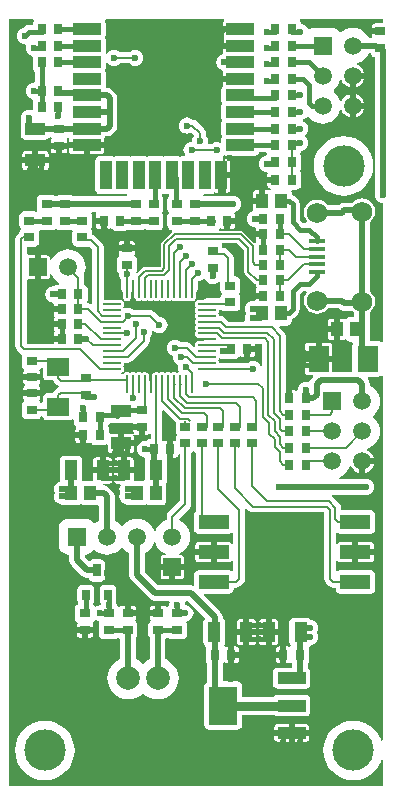
<source format=gtl>
G04 Layer_Physical_Order=1*
G04 Layer_Color=3162822*
%FSLAX44Y44*%
%MOMM*%
G71*
G01*
G75*
%ADD10R,1.3500X0.4000*%
%ADD11R,1.1000X1.7000*%
%ADD12R,2.6000X1.2000*%
%ADD13R,0.9000X0.8000*%
%ADD14O,1.5500X0.2500*%
%ADD15O,0.2500X1.5500*%
%ADD16R,1.7000X1.1000*%
%ADD17R,0.8000X0.9000*%
%ADD18R,1.0000X2.4500*%
%ADD19R,2.4500X1.0000*%
%ADD20R,1.0000X1.3000*%
%ADD21R,1.8000X2.2500*%
%ADD22R,0.6500X0.9000*%
%ADD23R,0.6500X1.1000*%
%ADD24R,2.4000X3.3000*%
%ADD25R,2.4000X1.0000*%
%ADD26R,1.9000X1.5000*%
%ADD27C,0.4000*%
%ADD28C,0.5080*%
%ADD29C,0.2000*%
%ADD30C,0.5000*%
%ADD31C,0.7500*%
%ADD32C,1.7500*%
%ADD33C,1.5000*%
%ADD34R,1.5000X1.5000*%
%ADD35C,2.0000*%
%ADD36R,1.5000X1.5000*%
%ADD37C,3.5000*%
%ADD38C,0.6000*%
G36*
X253887Y419804D02*
X252750Y418322D01*
X251636Y415634D01*
X251256Y412749D01*
X251636Y409864D01*
X252750Y407176D01*
X254521Y404868D01*
X256829Y403097D01*
X259517Y401983D01*
X262402Y401604D01*
X265286Y401983D01*
X267974Y403097D01*
X270283Y404868D01*
X271362Y406274D01*
X280567D01*
X280671Y406171D01*
X282771Y404767D01*
X285249Y404274D01*
X292259D01*
X292571Y403868D01*
X293977Y402789D01*
Y398885D01*
X290500D01*
X289013Y398589D01*
X287753Y397747D01*
X287500Y397368D01*
X286348Y396839D01*
X285916Y397109D01*
X285491Y397393D01*
X284500Y397590D01*
X282040D01*
Y388500D01*
Y379410D01*
X284500D01*
X285491Y379607D01*
X285916Y379891D01*
X286348Y380161D01*
X287500Y379632D01*
X287753Y379253D01*
X289013Y378411D01*
X290500Y378115D01*
X292389D01*
X293068Y376845D01*
X292661Y376236D01*
X292365Y374750D01*
Y352250D01*
X292344Y352224D01*
X275361D01*
X275340Y352250D01*
Y360960D01*
X263750D01*
X252160D01*
Y352250D01*
X252357Y351259D01*
X252919Y350419D01*
X253759Y349857D01*
X254750Y349660D01*
X258845D01*
X259331Y348487D01*
X257422Y346578D01*
X256018Y344478D01*
X255965Y344207D01*
X254844Y343608D01*
X254776Y343636D01*
X252998Y343870D01*
X251221Y343636D01*
X249564Y342950D01*
X248141Y341858D01*
X247050Y340436D01*
X246364Y338779D01*
X246140Y337080D01*
X245998Y336868D01*
X244846Y336339D01*
X244414Y336609D01*
X243989Y336893D01*
X242998Y337090D01*
X241538D01*
Y330000D01*
X236458D01*
Y337090D01*
X235904D01*
Y383000D01*
X235531Y384877D01*
X234468Y386468D01*
X230494Y390442D01*
X230980Y391615D01*
X237000D01*
X238486Y391911D01*
X239747Y392753D01*
X240589Y394013D01*
X240885Y395500D01*
Y396951D01*
X241272Y397028D01*
X243193Y398312D01*
X246189Y401308D01*
X247473Y403229D01*
X247924Y405496D01*
Y418544D01*
X250454Y421074D01*
X253261D01*
X253887Y419804D01*
D02*
G37*
G36*
X216096Y375969D02*
Y357776D01*
X214826Y357524D01*
X214449Y358434D01*
X213357Y359857D01*
X211934Y360949D01*
X210278Y361635D01*
X208500Y361869D01*
X206722Y361635D01*
X205066Y360949D01*
X203705Y359904D01*
X179550D01*
X179471Y360000D01*
X179188Y361424D01*
X178469Y362500D01*
X179188Y363576D01*
X179634Y363815D01*
X180719Y363365D01*
X182497Y363131D01*
X184275Y363365D01*
X184662Y363526D01*
X189498D01*
X189950Y363615D01*
X193498D01*
X194985Y363911D01*
X196245Y364753D01*
X196498Y365132D01*
X197651Y365661D01*
X198083Y365391D01*
X198507Y365107D01*
X199498Y364910D01*
X200958D01*
Y372000D01*
X203498D01*
Y374540D01*
X210088D01*
Y376096D01*
X215969D01*
X216096Y375969D01*
D02*
G37*
G36*
X219413Y538513D02*
X219552Y538306D01*
X220252Y537247D01*
X219409Y535987D01*
X219319Y535530D01*
X218219Y535385D01*
X216563Y534699D01*
X215140Y533607D01*
X214048Y532184D01*
X213362Y530528D01*
X213128Y528750D01*
X213362Y526972D01*
X214048Y525316D01*
X215140Y523893D01*
X216563Y522802D01*
X218219Y522115D01*
X219997Y521881D01*
X220008Y521883D01*
X220744Y520699D01*
X220606Y520491D01*
X220409Y519500D01*
Y517540D01*
X226998D01*
Y512460D01*
X220409D01*
Y510500D01*
X220606Y509509D01*
X221167Y508669D01*
X222007Y508107D01*
X222719Y507966D01*
X223300Y507288D01*
X223582Y506709D01*
X222853Y506334D01*
X222271Y506205D01*
X221991Y506393D01*
X221000Y506590D01*
X218540D01*
Y497500D01*
X216000D01*
Y494960D01*
X208410D01*
Y491000D01*
X208607Y490009D01*
X208633Y489970D01*
X208324Y488974D01*
X208046Y488563D01*
X206562Y487948D01*
X205140Y486857D01*
X204048Y485434D01*
X203362Y483778D01*
X203128Y482000D01*
X203362Y480222D01*
X204048Y478566D01*
X205140Y477143D01*
X206562Y476051D01*
X208219Y475365D01*
X209552Y475190D01*
X209743Y475063D01*
X210523Y474057D01*
X210412Y473500D01*
Y471540D01*
X217001D01*
Y466460D01*
X210412D01*
Y464500D01*
X210609Y463509D01*
X210891Y463087D01*
X210465Y461994D01*
X209209Y461773D01*
X199899Y471083D01*
X198907Y471746D01*
X197736Y471979D01*
X197736Y471979D01*
X179629D01*
X179244Y473249D01*
X179246Y473251D01*
X179499Y473630D01*
X180652Y474159D01*
X181084Y473889D01*
X181509Y473605D01*
X182500Y473408D01*
X183960D01*
Y480498D01*
X186500D01*
Y483038D01*
X193089D01*
Y484998D01*
X192892Y485989D01*
X192558Y486489D01*
X192886Y487588D01*
X193068Y487838D01*
X193278Y487865D01*
X194934Y488551D01*
X196357Y489643D01*
X197449Y491066D01*
X198135Y492722D01*
X198369Y494500D01*
X198135Y496278D01*
X197449Y497934D01*
X196357Y499357D01*
X194934Y500448D01*
X193278Y501135D01*
X191500Y501369D01*
X189722Y501135D01*
X189331Y500973D01*
X166730D01*
X166195Y501595D01*
X166737Y502865D01*
X172501D01*
X173987Y503161D01*
X175248Y504003D01*
X175492Y504369D01*
X175509Y504357D01*
X176500Y504160D01*
X178960D01*
Y519000D01*
X181500D01*
Y521540D01*
X189090D01*
Y531250D01*
X188893Y532241D01*
X188332Y533081D01*
X187491Y533643D01*
X186500Y533840D01*
X182919D01*
X182488Y535110D01*
X182857Y535393D01*
X183427Y536136D01*
X183764Y535911D01*
X185251Y535615D01*
X209751D01*
X211237Y535911D01*
X212497Y536753D01*
X213340Y538013D01*
X213451Y538576D01*
X219400D01*
X219413Y538513D01*
D02*
G37*
G36*
X42209Y473279D02*
X42763Y472909D01*
X44250Y472613D01*
X53250D01*
X54736Y472909D01*
X54763Y472926D01*
X55678Y472011D01*
X55661Y471985D01*
X55365Y470498D01*
Y462498D01*
X55661Y461011D01*
X56503Y459751D01*
X57763Y458909D01*
X59250Y458613D01*
X68250D01*
X69252Y458813D01*
X72096Y455969D01*
Y410396D01*
X70976Y409798D01*
X70627Y410031D01*
X68750Y410404D01*
X68056D01*
X67840Y411487D01*
X67663Y411753D01*
X67837Y412013D01*
X68133Y413500D01*
Y422500D01*
X67837Y423987D01*
X66995Y425247D01*
X65735Y426089D01*
X65153Y426205D01*
Y432202D01*
X64811Y433921D01*
X65487Y435186D01*
X66351Y438036D01*
X66643Y441000D01*
X66351Y443964D01*
X65487Y446814D01*
X64083Y449441D01*
X62193Y451743D01*
X59891Y453633D01*
X57264Y455037D01*
X54414Y455901D01*
X51450Y456193D01*
X48486Y455901D01*
X45636Y455037D01*
X43009Y453633D01*
X40707Y451743D01*
X38817Y449441D01*
X37413Y446814D01*
X37410Y446802D01*
X36140Y446991D01*
Y448500D01*
X35943Y449491D01*
X35381Y450331D01*
X34541Y450893D01*
X33550Y451090D01*
X28590D01*
Y441000D01*
Y430910D01*
X33550D01*
X34541Y431107D01*
X35381Y431669D01*
X35943Y432509D01*
X36140Y433500D01*
Y435009D01*
X37410Y435198D01*
X37413Y435186D01*
X38817Y432559D01*
X40707Y430257D01*
X43009Y428367D01*
X44342Y427655D01*
X44024Y426385D01*
X42248D01*
X40762Y426089D01*
X39501Y425247D01*
X39249Y424869D01*
X39247Y424869D01*
X37469Y424635D01*
X35812Y423949D01*
X34390Y422857D01*
X33298Y421434D01*
X32612Y419778D01*
X32378Y418000D01*
X32612Y416222D01*
X33298Y414566D01*
X34390Y413143D01*
X35812Y412051D01*
X37469Y411365D01*
X38780Y411193D01*
X39654Y410047D01*
X39665Y410017D01*
X39662Y410000D01*
Y408040D01*
X46251D01*
Y402960D01*
X39662D01*
Y401000D01*
X39859Y400009D01*
X40366Y399250D01*
X39859Y398491D01*
X39662Y397500D01*
Y395540D01*
X46252D01*
Y390460D01*
X39662D01*
Y388500D01*
X39859Y387509D01*
X40366Y386750D01*
X39859Y385991D01*
X39662Y385000D01*
Y383040D01*
X46252D01*
Y377960D01*
X39662D01*
Y376404D01*
X16904D01*
Y430134D01*
X18174Y430985D01*
X18550Y430910D01*
X23510D01*
Y441000D01*
Y451090D01*
X18550D01*
X18174Y451015D01*
X16904Y451866D01*
Y458613D01*
X23250D01*
X24736Y458908D01*
X25996Y459750D01*
X26839Y461011D01*
X27134Y462497D01*
Y470497D01*
X26839Y471984D01*
X26820Y472011D01*
X27736Y472927D01*
X27763Y472909D01*
X29250Y472613D01*
X38250D01*
X39736Y472909D01*
X40291Y473279D01*
X41249Y473652D01*
X42209Y473279D01*
D02*
G37*
G36*
X133014Y503161D02*
X134501Y502865D01*
X137077D01*
Y501461D01*
X136753Y501245D01*
X135911Y499985D01*
X135615Y498498D01*
Y490498D01*
X135911Y489011D01*
X136753Y487751D01*
Y487245D01*
X135911Y485985D01*
X135615Y484498D01*
Y476498D01*
X135911Y475011D01*
X136753Y473751D01*
X138013Y472909D01*
X139500Y472613D01*
X139605D01*
X139990Y471343D01*
X139601Y471083D01*
X131087Y462570D01*
X130424Y461577D01*
X130191Y460407D01*
X130191Y460407D01*
Y441289D01*
X130180Y441278D01*
X116719D01*
X115549Y441045D01*
X114556Y440382D01*
X114556Y440382D01*
X109969Y435795D01*
X108983Y436604D01*
X109589Y437512D01*
X109885Y438998D01*
Y446998D01*
X109589Y448485D01*
X108747Y449745D01*
X108368Y449998D01*
X107839Y451151D01*
X108109Y451583D01*
X108393Y452007D01*
X108590Y452998D01*
Y454458D01*
X94410D01*
Y452998D01*
X94607Y452007D01*
X94891Y451583D01*
X95161Y451151D01*
X94632Y449998D01*
X94253Y449745D01*
X93411Y448485D01*
X93115Y446998D01*
Y438998D01*
X93411Y437512D01*
X94253Y436251D01*
X94902Y435818D01*
X94881Y435659D01*
X95115Y433882D01*
X95801Y432225D01*
X96596Y431190D01*
Y422750D01*
X96969Y420873D01*
X97779Y419662D01*
Y416250D01*
X98062Y414826D01*
X98869Y413619D01*
X100076Y412812D01*
X101500Y412528D01*
X102924Y412812D01*
X103874Y413447D01*
X103960Y413389D01*
Y413503D01*
X104132Y413618D01*
X104939Y414826D01*
X105222Y416250D01*
Y419662D01*
X106031Y420873D01*
X106405Y422750D01*
X107778D01*
Y416250D01*
X108061Y414826D01*
X108868Y413618D01*
X109040Y413503D01*
Y413389D01*
X109126Y413447D01*
X110076Y412812D01*
X111500Y412528D01*
X112924Y412812D01*
X114000Y413531D01*
X115076Y412812D01*
X116500Y412528D01*
X117924Y412812D01*
X119000Y413531D01*
X120076Y412812D01*
X121500Y412528D01*
X122924Y412812D01*
X124000Y413531D01*
X125076Y412812D01*
X126500Y412528D01*
X127924Y412812D01*
X129000Y413531D01*
X130076Y412812D01*
X131500Y412528D01*
X132924Y412812D01*
X134000Y413531D01*
X135076Y412812D01*
X136500Y412528D01*
X137924Y412812D01*
X139000Y413531D01*
X140076Y412812D01*
X141500Y412528D01*
X142924Y412812D01*
X144000Y413531D01*
X145076Y412812D01*
X146500Y412528D01*
X147924Y412812D01*
X149000Y413531D01*
X150076Y412812D01*
X151500Y412528D01*
X152924Y412812D01*
X154000Y413531D01*
X155076Y412812D01*
X156500Y412528D01*
X157924Y412812D01*
X159131Y413619D01*
X159938Y414826D01*
X160221Y416250D01*
Y419662D01*
X161031Y420873D01*
X161404Y422750D01*
Y428969D01*
X161577Y429141D01*
X163278Y429365D01*
X164934Y430051D01*
X166261Y431070D01*
X166465Y431119D01*
X167729Y430845D01*
X168051Y430066D01*
X169143Y428644D01*
X170566Y427552D01*
X172222Y426866D01*
X174000Y426632D01*
X175778Y426866D01*
X177434Y427552D01*
X178857Y428644D01*
X179345Y429280D01*
X180615Y428849D01*
Y421502D01*
X180911Y420015D01*
X181753Y418755D01*
Y418248D01*
X180911Y416988D01*
X180615Y415502D01*
Y414904D01*
X169250D01*
X167373Y414531D01*
X166162Y413722D01*
X162750D01*
X161326Y413438D01*
X160118Y412631D01*
X159312Y411424D01*
X159028Y410000D01*
X159312Y408576D01*
X160031Y407500D01*
X159312Y406424D01*
X159028Y405000D01*
X159312Y403576D01*
X160031Y402500D01*
X159312Y401424D01*
X159028Y400000D01*
X159312Y398576D01*
X160031Y397500D01*
X159312Y396424D01*
X159028Y395000D01*
X159312Y393576D01*
X160031Y392500D01*
X159312Y391424D01*
X159028Y390000D01*
X159312Y388576D01*
X160031Y387500D01*
X159312Y386424D01*
X159028Y385000D01*
X159312Y383576D01*
X159946Y382626D01*
X159889Y382540D01*
X160003D01*
X160118Y382368D01*
X161326Y381561D01*
X162750Y381278D01*
X166162D01*
X167373Y380469D01*
X169250Y380095D01*
Y379905D01*
X167373Y379531D01*
X166162Y378722D01*
X162750D01*
X161326Y378439D01*
X160118Y377632D01*
X160003Y377460D01*
X159889D01*
X159946Y377374D01*
X159312Y376424D01*
X159028Y375000D01*
X159164Y374318D01*
X157994Y373692D01*
X155718Y375968D01*
X154127Y377031D01*
X152250Y377404D01*
X147045D01*
X145684Y378448D01*
X144028Y379135D01*
X142250Y379369D01*
X140472Y379135D01*
X138816Y378448D01*
X137393Y377357D01*
X136302Y375934D01*
X135615Y374278D01*
X135381Y372500D01*
X135615Y370722D01*
X136302Y369066D01*
X137393Y367643D01*
X138816Y366552D01*
X140257Y365955D01*
X140131Y365000D01*
X140365Y363222D01*
X141052Y361566D01*
X142143Y360143D01*
X143566Y359052D01*
X145037Y358442D01*
X144865Y358028D01*
X144631Y356250D01*
X144865Y354472D01*
X145260Y353520D01*
X145099Y352358D01*
X144650Y351904D01*
X144000Y351469D01*
X142924Y352188D01*
X141500Y352472D01*
X140076Y352188D01*
X139000Y351469D01*
X137924Y352188D01*
X136500Y352472D01*
X135076Y352188D01*
X134000Y351469D01*
X132924Y352188D01*
X131500Y352472D01*
X130076Y352188D01*
X129000Y351469D01*
X127924Y352188D01*
X126500Y352472D01*
X125076Y352188D01*
X124126Y351554D01*
X124040Y351611D01*
Y351497D01*
X123868Y351382D01*
X123061Y350175D01*
X122778Y348750D01*
Y345339D01*
X121968Y344127D01*
X121595Y342250D01*
X121405D01*
X121031Y344127D01*
X120222Y345339D01*
Y348750D01*
X119939Y350175D01*
X119132Y351382D01*
X118960Y351497D01*
Y351611D01*
X118874Y351554D01*
X117924Y352188D01*
X116500Y352472D01*
X115076Y352188D01*
X114000Y351469D01*
X112924Y352188D01*
X111500Y352472D01*
X110076Y352188D01*
X109000Y351469D01*
X107924Y352188D01*
X106500Y352472D01*
X105076Y352188D01*
X104000Y351469D01*
X102924Y352188D01*
X101500Y352472D01*
X100076Y352188D01*
X98869Y351381D01*
X98230Y350426D01*
X97031Y350466D01*
X96850Y351020D01*
X96840Y351673D01*
X97881Y352369D01*
X98688Y353576D01*
X98971Y355000D01*
X98688Y356424D01*
X97969Y357500D01*
X98688Y358576D01*
X98971Y360000D01*
X99050Y360096D01*
X102540D01*
X104417Y360469D01*
X106008Y361532D01*
X119468Y374992D01*
X120531Y376583D01*
X120904Y378460D01*
Y381204D01*
X121948Y382565D01*
X122634Y384221D01*
X122868Y385999D01*
X122754Y386867D01*
X123969Y387370D01*
X124143Y387143D01*
X125566Y386051D01*
X127222Y385365D01*
X129000Y385131D01*
X130778Y385365D01*
X132434Y386051D01*
X133857Y387143D01*
X134949Y388566D01*
X135635Y390222D01*
X135869Y392000D01*
X135635Y393778D01*
X134949Y395434D01*
X133857Y396857D01*
X132434Y397948D01*
X130778Y398635D01*
X129077Y398859D01*
X124467Y403468D01*
X122877Y404531D01*
X121000Y404905D01*
X107545D01*
X106184Y405949D01*
X104528Y406635D01*
X102750Y406869D01*
X100972Y406635D01*
X100020Y406240D01*
X98858Y406401D01*
X98404Y406850D01*
X97969Y407500D01*
X98688Y408576D01*
X98971Y410000D01*
X98688Y411424D01*
X97881Y412631D01*
X96674Y413438D01*
X95250Y413722D01*
X82250D01*
X81904Y414005D01*
Y458000D01*
X81531Y459877D01*
X80468Y461468D01*
X74720Y467216D01*
X73129Y468279D01*
X72134Y468477D01*
Y470498D01*
X71838Y471985D01*
X70996Y473245D01*
Y473751D01*
X71838Y475011D01*
X72134Y476498D01*
Y484498D01*
X71838Y485985D01*
X71325Y486754D01*
X71943Y488024D01*
X74332D01*
X74722Y487862D01*
X75159Y487804D01*
X75303Y487620D01*
X75669Y486456D01*
X75357Y485989D01*
X75160Y484998D01*
Y483038D01*
X81750D01*
Y480498D01*
X84290D01*
Y473409D01*
X85750D01*
X86741Y473606D01*
X87166Y473890D01*
X87598Y474160D01*
X88750Y473630D01*
X89003Y473251D01*
X90264Y472409D01*
X91750Y472114D01*
X99750D01*
X101237Y472409D01*
X102497Y473251D01*
X102498Y473254D01*
X103013Y472909D01*
X104500Y472614D01*
X113500D01*
X114987Y472909D01*
X115541Y473280D01*
X116500Y473653D01*
X117459Y473279D01*
X118013Y472909D01*
X119500Y472613D01*
X128500D01*
X129986Y472909D01*
X131247Y473751D01*
X132089Y475011D01*
X132385Y476498D01*
Y484498D01*
X132089Y485985D01*
X131247Y487245D01*
Y487751D01*
X132089Y489011D01*
X132385Y490498D01*
Y498498D01*
X132089Y499985D01*
X131247Y501245D01*
X130925Y501460D01*
Y502950D01*
X131987Y503161D01*
X132501Y503504D01*
X133014Y503161D01*
D02*
G37*
G36*
X200941Y455733D02*
Y437250D01*
X200941Y437250D01*
X201174Y436079D01*
X201837Y435087D01*
X209087Y427837D01*
X209087Y427837D01*
X210079Y427174D01*
X210959Y426999D01*
Y425500D01*
X211114Y424720D01*
X211556Y424058D01*
X210917Y422958D01*
X210606Y422491D01*
X210409Y421500D01*
Y419540D01*
X216998D01*
Y414460D01*
X210409D01*
Y413747D01*
X210291Y413541D01*
X209139Y412719D01*
X207999Y412869D01*
X206221Y412635D01*
X204564Y411949D01*
X203142Y410857D01*
X202050Y409434D01*
X201364Y407778D01*
X201130Y406000D01*
X201364Y404222D01*
X202050Y402566D01*
X202484Y402000D01*
X202050Y401434D01*
X201364Y399778D01*
X201130Y398000D01*
X201360Y396254D01*
X201379Y395987D01*
X200577Y394984D01*
X187792D01*
X184309Y398468D01*
X182718Y399531D01*
X180841Y399904D01*
X179550D01*
X179471Y400000D01*
X179188Y401424D01*
X178469Y402500D01*
X179188Y403576D01*
X179471Y405000D01*
X179550Y405096D01*
X181525D01*
X181753Y404755D01*
X183013Y403913D01*
X184500Y403617D01*
X193500D01*
X194986Y403913D01*
X196247Y404755D01*
X197089Y406015D01*
X197385Y407501D01*
Y415502D01*
X197089Y416988D01*
X196247Y418248D01*
Y418755D01*
X197089Y420015D01*
X197385Y421502D01*
Y429501D01*
X197089Y430988D01*
X196247Y432248D01*
X194986Y433091D01*
X193500Y433386D01*
X191904D01*
Y449000D01*
X191531Y450877D01*
X190468Y452468D01*
X186966Y455970D01*
X185375Y457033D01*
X183498Y457406D01*
X182385D01*
Y458502D01*
X182089Y459989D01*
X181686Y460592D01*
X182365Y461862D01*
X194813D01*
X200941Y455733D01*
D02*
G37*
G36*
X159013Y284413D02*
X160096Y284197D01*
Y234710D01*
X159253Y234147D01*
X158411Y232887D01*
X158115Y231400D01*
Y219400D01*
X158411Y217913D01*
X159253Y216653D01*
X160513Y215811D01*
X162000Y215515D01*
X188000D01*
X189487Y215811D01*
X190366Y216399D01*
X191565Y215901D01*
X191636Y215836D01*
Y207242D01*
X190474Y207008D01*
X190366Y207031D01*
X189831Y207831D01*
X188991Y208393D01*
X188000Y208590D01*
X177540D01*
Y200000D01*
Y191410D01*
X188000D01*
X188991Y191607D01*
X189831Y192169D01*
X190366Y192969D01*
X190474Y192992D01*
X191636Y192757D01*
Y184164D01*
X191565Y184099D01*
X190366Y183601D01*
X189487Y184189D01*
X188000Y184485D01*
X162000D01*
X160513Y184189D01*
X159253Y183347D01*
X158411Y182087D01*
X158115Y180600D01*
Y172255D01*
X157134Y171449D01*
X155750Y171724D01*
X127932D01*
X116474Y183182D01*
Y199316D01*
X118441Y200367D01*
X120743Y202257D01*
X122633Y204559D01*
X124037Y207186D01*
X124291Y208024D01*
X125618D01*
X125963Y206886D01*
X127367Y204259D01*
X129257Y201957D01*
X131559Y200067D01*
X134186Y198663D01*
X134198Y198660D01*
X134009Y197390D01*
X132500D01*
X131509Y197193D01*
X130669Y196631D01*
X130107Y195791D01*
X129910Y194800D01*
Y189840D01*
X140000D01*
X150090D01*
Y194800D01*
X149893Y195791D01*
X149331Y196631D01*
X148491Y197193D01*
X147500Y197390D01*
X145991D01*
X145802Y198660D01*
X145814Y198663D01*
X148441Y200067D01*
X150743Y201957D01*
X152633Y204259D01*
X154037Y206886D01*
X154901Y209736D01*
X155193Y212700D01*
X154901Y215664D01*
X154037Y218514D01*
X152633Y221141D01*
X150743Y223443D01*
X148441Y225333D01*
X145814Y226737D01*
X145342Y226880D01*
X145152Y228216D01*
X154468Y237532D01*
X155531Y239123D01*
X155904Y241000D01*
Y284197D01*
X156987Y284413D01*
X158000Y285090D01*
X159013Y284413D01*
D02*
G37*
G36*
X307911Y621515D02*
X308753Y620255D01*
X310013Y619413D01*
X311500Y619117D01*
X311526D01*
Y511165D01*
X311365Y510778D01*
X311131Y509000D01*
X311365Y507222D01*
X311526Y506835D01*
Y504165D01*
X311365Y503778D01*
X311131Y502000D01*
X311365Y500222D01*
X312052Y498566D01*
X313143Y497143D01*
X314566Y496051D01*
X316222Y495365D01*
X318000Y495131D01*
X318000Y378238D01*
X317673Y377996D01*
X316730Y377675D01*
X315737Y378339D01*
X314250Y378635D01*
X306926D01*
Y402789D01*
X308333Y403868D01*
X310104Y406176D01*
X311217Y408864D01*
X311597Y411749D01*
X311217Y414634D01*
X310104Y417322D01*
X308333Y419630D01*
X306926Y420709D01*
Y479289D01*
X308333Y480368D01*
X310104Y482676D01*
X311217Y485364D01*
X311597Y488249D01*
X311217Y491134D01*
X310104Y493822D01*
X308333Y496130D01*
X306024Y497901D01*
X303336Y499015D01*
X300452Y499394D01*
X297567Y499015D01*
X294879Y497901D01*
X292571Y496130D01*
X292259Y495723D01*
X285249D01*
X282771Y495230D01*
X280671Y493827D01*
X280567Y493723D01*
X271362D01*
X270283Y495130D01*
X267974Y496901D01*
X265286Y498014D01*
X262402Y498394D01*
X259517Y498014D01*
X256829Y496901D01*
X254521Y495130D01*
X252750Y492822D01*
X251636Y490134D01*
X251256Y487249D01*
X251636Y484364D01*
X252750Y481676D01*
X253887Y480194D01*
X253261Y478924D01*
X250454D01*
X247924Y481454D01*
Y494501D01*
X247473Y496768D01*
X246189Y498690D01*
X243193Y501685D01*
X241272Y502970D01*
X240885Y503047D01*
Y504000D01*
X240617Y505345D01*
X240714Y505740D01*
X241182Y506615D01*
X244998D01*
X246485Y506911D01*
X247745Y507753D01*
X248587Y509013D01*
X248883Y510500D01*
Y519500D01*
X248587Y520987D01*
X247745Y522247D01*
Y522753D01*
X248587Y524013D01*
X248883Y525500D01*
Y534500D01*
X248587Y535987D01*
X248448Y536194D01*
X247749Y537253D01*
X248591Y538513D01*
X248835Y539741D01*
X249781Y539865D01*
X251437Y540551D01*
X252860Y541643D01*
X253952Y543065D01*
X254638Y544722D01*
X254872Y546500D01*
X254638Y548278D01*
X253952Y549934D01*
X252860Y551357D01*
X252414Y551699D01*
Y553300D01*
X252860Y553643D01*
X253952Y555065D01*
X254638Y556722D01*
X254872Y558500D01*
X254638Y560278D01*
X253952Y561934D01*
X252860Y563357D01*
X251437Y564448D01*
X250558Y564813D01*
Y566187D01*
X251437Y566552D01*
X252860Y567643D01*
X253661Y568686D01*
X254883Y568838D01*
X255200Y568760D01*
X256557Y567107D01*
X258859Y565217D01*
X261486Y563813D01*
X264336Y562949D01*
X267300Y562657D01*
X270264Y562949D01*
X273114Y563813D01*
X275741Y565217D01*
X278043Y567107D01*
X279933Y569409D01*
X281337Y572036D01*
X281983Y574168D01*
X283330Y574234D01*
X283930Y572787D01*
X285539Y570689D01*
X287637Y569080D01*
X290079Y568069D01*
X290160Y568058D01*
Y577850D01*
Y587642D01*
X290079Y587632D01*
X287637Y586620D01*
X285539Y585011D01*
X283930Y582913D01*
X283330Y581466D01*
X281983Y581532D01*
X281337Y583664D01*
X279933Y586291D01*
X278043Y588593D01*
X276660Y589729D01*
Y591371D01*
X278043Y592507D01*
X279933Y594809D01*
X281337Y597436D01*
X281983Y599568D01*
X283330Y599634D01*
X283930Y598187D01*
X285539Y596089D01*
X287637Y594480D01*
X290079Y593469D01*
X290160Y593458D01*
Y603250D01*
X292700D01*
Y605790D01*
X302492D01*
X302481Y605871D01*
X301470Y608313D01*
X299861Y610411D01*
X297763Y612020D01*
X296316Y612619D01*
X296382Y613967D01*
X298514Y614613D01*
X301141Y616017D01*
X303443Y617907D01*
X305333Y620209D01*
X306384Y622176D01*
X307780D01*
X307911Y621515D01*
D02*
G37*
G36*
X318000Y647591D02*
X311500D01*
X310509Y647394D01*
X309669Y646833D01*
X309107Y645993D01*
X308910Y645002D01*
Y643542D01*
X316000D01*
Y638462D01*
X308910D01*
Y637002D01*
X309031Y636395D01*
X308433Y635372D01*
X308172Y635124D01*
X306384D01*
X305333Y637091D01*
X303443Y639393D01*
X301141Y641283D01*
X298514Y642687D01*
X295664Y643551D01*
X292700Y643843D01*
X289736Y643551D01*
X286886Y642687D01*
X284259Y641283D01*
X282794Y640081D01*
X282397Y640054D01*
X281158Y640381D01*
X280235Y641585D01*
X278643Y642806D01*
X276789Y643574D01*
X274800Y643836D01*
X259800D01*
X257811Y643574D01*
X255957Y642806D01*
X254476Y643271D01*
X254202Y643934D01*
X253110Y645357D01*
X251687Y646448D01*
X250031Y647134D01*
X249085Y647259D01*
X248841Y648486D01*
X247999Y649747D01*
X248409Y651000D01*
X318000D01*
Y647591D01*
D02*
G37*
G36*
X183819Y650967D02*
X184016Y649730D01*
X183419Y649331D01*
X182858Y648491D01*
X182661Y647500D01*
Y645040D01*
X197501D01*
Y639960D01*
X182661D01*
Y637500D01*
X182858Y636509D01*
X182870Y636491D01*
X183339Y635500D01*
X182870Y634508D01*
X182858Y634491D01*
X182661Y633500D01*
Y631040D01*
X197501D01*
Y625960D01*
X182661D01*
Y623500D01*
X182858Y622509D01*
X182870Y622491D01*
X182504Y622247D01*
X181662Y620986D01*
X181644Y620895D01*
X180565Y620448D01*
X179142Y619357D01*
X178051Y617934D01*
X177364Y616278D01*
X177130Y614500D01*
X177364Y612722D01*
X178051Y611065D01*
X179142Y609643D01*
X180565Y608551D01*
X181644Y608104D01*
X181662Y608013D01*
X182504Y606753D01*
X182870Y606508D01*
X182858Y606491D01*
X182661Y605500D01*
Y603040D01*
X197501D01*
Y597960D01*
X182661D01*
Y595500D01*
X182858Y594509D01*
X182870Y594491D01*
X182504Y594247D01*
X181662Y592986D01*
X181366Y591500D01*
Y581500D01*
X181662Y580013D01*
X182005Y579500D01*
X181662Y578986D01*
X181366Y577500D01*
Y567500D01*
X181662Y566013D01*
X182005Y565500D01*
X181662Y564986D01*
X181366Y563499D01*
Y553500D01*
X181662Y552013D01*
X182005Y551500D01*
X181662Y550987D01*
X181366Y549500D01*
Y547370D01*
X180310Y546664D01*
X179778Y546885D01*
X178000Y547119D01*
X176222Y546885D01*
X174566Y546199D01*
X173205Y545154D01*
X171017D01*
X170194Y546424D01*
X170369Y547750D01*
X170135Y549528D01*
X169449Y551184D01*
X168404Y552545D01*
Y554500D01*
X168031Y556377D01*
X166968Y557968D01*
X160468Y564468D01*
X158877Y565531D01*
X157061Y565892D01*
X155684Y566949D01*
X154028Y567635D01*
X152250Y567869D01*
X150472Y567635D01*
X148816Y566949D01*
X147393Y565857D01*
X146301Y564434D01*
X145615Y562778D01*
X145381Y561000D01*
X145615Y559222D01*
X146301Y557566D01*
X147393Y556143D01*
X148816Y555051D01*
X150472Y554365D01*
X152250Y554131D01*
X154028Y554365D01*
X155684Y555051D01*
X155870Y555194D01*
X158562Y552502D01*
X157551Y551184D01*
X156865Y549528D01*
X156631Y547750D01*
X155592Y547032D01*
X154472Y546885D01*
X152816Y546199D01*
X151393Y545107D01*
X150302Y543684D01*
X149615Y542028D01*
X149381Y540250D01*
X149615Y538472D01*
X150302Y536816D01*
X150617Y536405D01*
X149991Y535135D01*
X148501D01*
X147014Y534839D01*
X146501Y534496D01*
X145987Y534839D01*
X144501Y535135D01*
X134501D01*
X133014Y534839D01*
X132501Y534496D01*
X131987Y534839D01*
X130501Y535135D01*
X120501D01*
X119014Y534839D01*
X118501Y534496D01*
X117987Y534839D01*
X116501Y535135D01*
X106501D01*
X105014Y534839D01*
X104501Y534496D01*
X103987Y534839D01*
X102501Y535135D01*
X92501D01*
X91014Y534839D01*
X90501Y534496D01*
X89987Y534839D01*
X88501Y535135D01*
X78501D01*
X77014Y534839D01*
X75754Y533997D01*
X74912Y532737D01*
X74616Y531250D01*
Y506750D01*
X74912Y505263D01*
X75754Y504003D01*
X77014Y503161D01*
X78501Y502865D01*
X88501D01*
X89987Y503161D01*
X90501Y503504D01*
X91014Y503161D01*
X92501Y502865D01*
X101489D01*
X101572Y501595D01*
X99972Y501385D01*
X98978Y500973D01*
X78661D01*
X78278Y501132D01*
X76500Y501366D01*
X74722Y501132D01*
X74338Y500972D01*
X56179D01*
X55997Y501245D01*
X54736Y502087D01*
X53250Y502383D01*
X44250D01*
X42763Y502087D01*
X42209Y501716D01*
X41250Y501343D01*
X40290Y501716D01*
X39736Y502086D01*
X38250Y502382D01*
X29250D01*
X27763Y502086D01*
X26503Y501244D01*
X25661Y499984D01*
X25365Y498498D01*
Y490498D01*
X25661Y489011D01*
X25679Y488983D01*
X24764Y488068D01*
X24736Y488086D01*
X23250Y488382D01*
X14250D01*
X12763Y488086D01*
X11503Y487244D01*
X10661Y485984D01*
X10365Y484497D01*
Y476497D01*
X10661Y475011D01*
X11503Y473750D01*
Y473244D01*
X10661Y471984D01*
X10365Y470497D01*
Y470189D01*
X10029Y469965D01*
X8532Y468468D01*
X7469Y466877D01*
X7096Y465000D01*
Y374250D01*
X7469Y372373D01*
X8532Y370782D01*
X11282Y368032D01*
X12816Y367007D01*
X12615Y365998D01*
Y357998D01*
X12911Y356512D01*
X13753Y355252D01*
X14132Y354998D01*
X14661Y353846D01*
X14391Y353414D01*
X14107Y352990D01*
X13910Y351998D01*
Y350538D01*
X28090D01*
Y351998D01*
X27893Y352990D01*
X27609Y353414D01*
X27339Y353846D01*
X27868Y354998D01*
X28247Y355252D01*
X28845Y356147D01*
X30115Y355762D01*
Y349500D01*
X30411Y348013D01*
X31253Y346753D01*
X32513Y345911D01*
X34000Y345615D01*
X38974D01*
X40032Y344032D01*
X42532Y341532D01*
X43772Y340704D01*
X43829Y340511D01*
Y339485D01*
X43772Y339293D01*
X42532Y338465D01*
X40032Y335965D01*
X38977Y334385D01*
X34000D01*
X32513Y334089D01*
X31253Y333247D01*
X30411Y331987D01*
X30115Y330500D01*
Y326738D01*
X28845Y326353D01*
X28247Y327248D01*
X27868Y327502D01*
X27339Y328654D01*
X27609Y329086D01*
X27892Y329511D01*
X28090Y330502D01*
Y331962D01*
X21000D01*
X13910D01*
Y330502D01*
X14107Y329511D01*
X14391Y329086D01*
X14661Y328654D01*
X14132Y327502D01*
X13753Y327248D01*
X12911Y325988D01*
X12615Y324502D01*
Y316502D01*
X12911Y315015D01*
X13753Y313755D01*
X15013Y312913D01*
X16500Y312617D01*
X25500D01*
X26986Y312913D01*
X28247Y313755D01*
X28956Y314817D01*
X29767Y314825D01*
X30278Y314683D01*
X30411Y314013D01*
X31253Y312753D01*
X32513Y311911D01*
X34000Y311615D01*
X53000D01*
X54486Y311911D01*
X55344Y312484D01*
X56581Y311953D01*
X56614Y311921D01*
Y310000D01*
X56909Y308513D01*
X57751Y307253D01*
X58506Y306749D01*
X58664Y305383D01*
X58623Y305260D01*
X58109Y304491D01*
X57912Y303500D01*
Y301540D01*
X64502D01*
Y299000D01*
X67042D01*
Y291910D01*
X68502D01*
X69493Y292107D01*
X69917Y292391D01*
X70349Y292661D01*
X71502Y292132D01*
X71755Y291753D01*
X73015Y290911D01*
X74502Y290615D01*
X82502D01*
X83988Y290911D01*
X84140Y291013D01*
X85410Y290334D01*
Y286500D01*
X85607Y285509D01*
X86169Y284669D01*
X87009Y284107D01*
X88000Y283910D01*
X93960D01*
Y292000D01*
Y300090D01*
X88000D01*
X87656Y300021D01*
X86386Y300888D01*
Y303500D01*
X86090Y304987D01*
X85248Y306247D01*
X85487Y307615D01*
X86087Y308513D01*
X86135Y308753D01*
X87617Y309692D01*
X88000Y309615D01*
X92803D01*
X93000Y309576D01*
X93197Y309615D01*
X105000D01*
X105640Y309743D01*
X106910Y308783D01*
Y308542D01*
X114000D01*
Y306002D01*
X116540D01*
Y299412D01*
X118500D01*
X119491Y299609D01*
X120331Y300170D01*
X121596Y299777D01*
Y295385D01*
X119998D01*
X118512Y295089D01*
X117252Y294247D01*
X116999Y293869D01*
X116997Y293869D01*
X115219Y293635D01*
X113563Y292948D01*
X112140Y291857D01*
X111048Y290434D01*
X110362Y288778D01*
X110128Y287000D01*
X110362Y285222D01*
X111048Y283566D01*
X112140Y282143D01*
X113563Y281052D01*
X115219Y280365D01*
X116217Y280234D01*
X116879Y279044D01*
X116891Y278888D01*
X116615Y277500D01*
Y261358D01*
X115451Y260320D01*
X115381Y260309D01*
X115000Y260385D01*
X107184D01*
X107090Y260500D01*
Y266460D01*
X99000D01*
X90910D01*
Y260500D01*
X91107Y259509D01*
X91669Y258669D01*
X92509Y258107D01*
X93500Y257910D01*
X95583D01*
X96210Y256640D01*
X96052Y256434D01*
X95365Y254778D01*
X95132Y253000D01*
X95365Y251222D01*
X95872Y250000D01*
X95365Y248778D01*
X95132Y247000D01*
X95365Y245222D01*
X96052Y243566D01*
X97143Y242143D01*
X98566Y241052D01*
X100223Y240365D01*
X102000Y240131D01*
X102989Y240261D01*
X103513Y239911D01*
X105000Y239615D01*
X115000D01*
X116487Y239911D01*
X117747Y240753D01*
X118253D01*
X119513Y239911D01*
X121000Y239615D01*
X131000D01*
X132487Y239911D01*
X133747Y240753D01*
X134589Y242013D01*
X134885Y243500D01*
Y256500D01*
X134589Y257987D01*
X134496Y258126D01*
X135089Y259013D01*
X135385Y260500D01*
Y277500D01*
X135158Y278640D01*
X135458Y279167D01*
Y287000D01*
Y294090D01*
X133998D01*
X133007Y293893D01*
X132674Y293670D01*
X131404Y294301D01*
Y319319D01*
X132577Y319805D01*
X142615Y309767D01*
Y302002D01*
X142911Y300515D01*
X143753Y299255D01*
Y298748D01*
X142911Y297488D01*
X142615Y296002D01*
Y294596D01*
X141998Y294090D01*
X140538D01*
Y287000D01*
Y279910D01*
X141998D01*
X142989Y280107D01*
X143830Y280669D01*
X144391Y281509D01*
X144527Y282195D01*
X145271Y282743D01*
X145858Y282951D01*
X146096Y282833D01*
Y243031D01*
X136532Y233468D01*
X135469Y231877D01*
X135096Y230000D01*
Y227013D01*
X134186Y226737D01*
X131559Y225333D01*
X129257Y223443D01*
X127367Y221141D01*
X125963Y218514D01*
X125709Y217676D01*
X124382D01*
X124037Y218814D01*
X122633Y221441D01*
X120743Y223743D01*
X118441Y225633D01*
X115814Y227037D01*
X112964Y227901D01*
X110000Y228193D01*
X107036Y227901D01*
X104186Y227037D01*
X101559Y225633D01*
X99257Y223743D01*
X98122Y222360D01*
X96479D01*
X95343Y223743D01*
X93041Y225633D01*
X91074Y226684D01*
Y247400D01*
X90582Y249878D01*
X89178Y251978D01*
X86578Y254578D01*
X84478Y255982D01*
X82000Y256474D01*
X80568D01*
X80490Y256640D01*
X81294Y257910D01*
X86500D01*
X87491Y258107D01*
X88331Y258669D01*
X88893Y259509D01*
X89090Y260500D01*
Y266460D01*
X81000D01*
X72910D01*
Y260500D01*
X72815Y260385D01*
X65498D01*
X64622Y260210D01*
X64451Y260250D01*
X63470Y261014D01*
X63385Y261161D01*
Y277500D01*
X63089Y278987D01*
X62247Y280247D01*
X60987Y281089D01*
X59500Y281385D01*
X48500D01*
X47013Y281089D01*
X45753Y280247D01*
X44911Y278987D01*
X44615Y277500D01*
Y260500D01*
X44773Y259708D01*
X44721Y259635D01*
X43064Y258948D01*
X41642Y257857D01*
X40550Y256434D01*
X39864Y254778D01*
X39630Y253000D01*
X39864Y251222D01*
X40370Y250000D01*
X39864Y248778D01*
X39630Y247000D01*
X39864Y245222D01*
X40550Y243566D01*
X41642Y242143D01*
X43064Y241052D01*
X44721Y240365D01*
X46499Y240131D01*
X47487Y240261D01*
X48012Y239911D01*
X49498Y239615D01*
X59498D01*
X60985Y239911D01*
X62245Y240753D01*
X62751D01*
X64012Y239911D01*
X65498Y239615D01*
X75498D01*
X76856Y239885D01*
X77213Y239814D01*
X78126Y239326D01*
Y226684D01*
X76159Y225633D01*
X74694Y224431D01*
X74297Y224405D01*
X73058Y224731D01*
X72135Y225935D01*
X70543Y227156D01*
X68689Y227924D01*
X66700Y228186D01*
X51700D01*
X49711Y227924D01*
X47857Y227156D01*
X46265Y225935D01*
X45044Y224343D01*
X44276Y222489D01*
X44014Y220500D01*
Y205500D01*
X44276Y203511D01*
X45044Y201657D01*
X46265Y200065D01*
X47857Y198844D01*
X49711Y198076D01*
X51700Y197814D01*
X52726D01*
Y192800D01*
X53218Y190322D01*
X54622Y188222D01*
X63047Y179797D01*
X65147Y178393D01*
X67625Y177901D01*
X69059D01*
X69161Y177388D01*
X70003Y176128D01*
X71263Y175286D01*
X72750Y174990D01*
X79250D01*
X80737Y175286D01*
X81997Y176128D01*
X82839Y177388D01*
X83135Y178875D01*
Y189875D01*
X82839Y191362D01*
X81997Y192622D01*
X80737Y193464D01*
X79250Y193760D01*
X72750D01*
X71263Y193464D01*
X70003Y192622D01*
X69971Y192574D01*
X68707Y192449D01*
X65674Y195482D01*
Y197814D01*
X66700D01*
X68689Y198076D01*
X70543Y198844D01*
X72135Y200065D01*
X73058Y201269D01*
X74297Y201595D01*
X74694Y201569D01*
X76159Y200367D01*
X78786Y198963D01*
X81636Y198099D01*
X84600Y197807D01*
X87564Y198099D01*
X90414Y198963D01*
X93041Y200367D01*
X95343Y202257D01*
X96479Y203640D01*
X98122D01*
X99257Y202257D01*
X101559Y200367D01*
X103526Y199316D01*
Y180500D01*
X104018Y178022D01*
X105422Y175922D01*
X120672Y160672D01*
X122772Y159268D01*
X125250Y158776D01*
X136817D01*
X137666Y157506D01*
X137365Y156781D01*
X137131Y155003D01*
X137131Y155001D01*
X136753Y154748D01*
X135972Y153580D01*
X135416Y153464D01*
X134604Y153425D01*
X134331Y153833D01*
X133491Y154394D01*
X132500Y154591D01*
X130540D01*
Y148002D01*
X128000D01*
Y145462D01*
X120910D01*
Y144002D01*
X121107Y143011D01*
X121391Y142586D01*
X121661Y142154D01*
X121132Y141002D01*
X120753Y140749D01*
X119911Y139488D01*
X119615Y138002D01*
Y130002D01*
X119911Y128515D01*
X120753Y127255D01*
X121026Y127073D01*
Y109449D01*
X120724Y109358D01*
X117663Y107721D01*
X115000Y105535D01*
X112337Y107721D01*
X109276Y109358D01*
X108974Y109449D01*
Y127073D01*
X109247Y127255D01*
X110089Y128515D01*
X110385Y130002D01*
Y138002D01*
X110089Y139488D01*
X109247Y140749D01*
X108868Y141002D01*
X108339Y142154D01*
X108609Y142586D01*
X108893Y143011D01*
X109090Y144002D01*
Y145462D01*
X102000D01*
Y148002D01*
X99460D01*
Y154591D01*
X97500D01*
X96509Y154394D01*
X95669Y153833D01*
X95396Y153425D01*
X94584Y153464D01*
X94028Y153580D01*
X93247Y154748D01*
X92868Y155001D01*
X92869Y155003D01*
X92635Y156781D01*
X92302Y157584D01*
X92339Y157638D01*
X92635Y159125D01*
Y168125D01*
X92339Y169612D01*
X91497Y170872D01*
X90237Y171714D01*
X88750Y172010D01*
X82250D01*
X80763Y171714D01*
X79503Y170872D01*
X78661Y169612D01*
X78365Y168125D01*
Y159125D01*
X78661Y157638D01*
X79344Y156617D01*
X79131Y155003D01*
X79131Y155001D01*
X78920Y154860D01*
X77221Y154636D01*
X75564Y153950D01*
X75242Y153703D01*
X73676Y154102D01*
X73247Y154745D01*
X72611Y155170D01*
X72497Y156378D01*
X73339Y157638D01*
X73635Y159125D01*
Y168125D01*
X73339Y169612D01*
X72497Y170872D01*
X71237Y171714D01*
X69750Y172010D01*
X63250D01*
X61763Y171714D01*
X60503Y170872D01*
X59661Y169612D01*
X59365Y168125D01*
Y159125D01*
X59661Y157638D01*
X60148Y156909D01*
X60033Y155778D01*
X59742Y155406D01*
X58753Y154745D01*
X57911Y153485D01*
X57615Y151998D01*
Y143998D01*
X57911Y142512D01*
X58753Y141251D01*
X59132Y140998D01*
X59661Y139846D01*
X59391Y139414D01*
X59107Y138989D01*
X58910Y137998D01*
Y136538D01*
X73090D01*
Y137998D01*
X72893Y138989D01*
X72609Y139414D01*
X72339Y139846D01*
X72868Y140998D01*
X73247Y141251D01*
X73679Y141899D01*
X75243Y142299D01*
X75564Y142053D01*
X77221Y141367D01*
X77605Y141316D01*
X78222Y139954D01*
X77911Y139488D01*
X77615Y138002D01*
Y130002D01*
X77911Y128515D01*
X78753Y127255D01*
X80013Y126413D01*
X81500Y126117D01*
X90500D01*
X91987Y126413D01*
X93247Y127255D01*
X94753D01*
X96013Y126413D01*
X96026Y126410D01*
Y109449D01*
X95724Y109358D01*
X92663Y107721D01*
X89980Y105520D01*
X87779Y102837D01*
X86143Y99775D01*
X85135Y96454D01*
X84795Y93000D01*
X85135Y89546D01*
X86143Y86224D01*
X87779Y83163D01*
X89980Y80480D01*
X92663Y78279D01*
X95724Y76642D01*
X99046Y75635D01*
X102500Y75295D01*
X105954Y75635D01*
X109276Y76642D01*
X112337Y78279D01*
X115000Y80464D01*
X117663Y78279D01*
X120724Y76642D01*
X124046Y75635D01*
X127500Y75295D01*
X130954Y75635D01*
X134276Y76642D01*
X137337Y78279D01*
X140020Y80480D01*
X142221Y83163D01*
X143858Y86224D01*
X144865Y89546D01*
X145205Y93000D01*
X144865Y96454D01*
X143858Y99775D01*
X142221Y102837D01*
X140020Y105520D01*
X137337Y107721D01*
X134276Y109358D01*
X133974Y109449D01*
Y126410D01*
X133987Y126413D01*
X135247Y127255D01*
X136753D01*
X138013Y126413D01*
X139500Y126117D01*
X148500D01*
X149986Y126413D01*
X151247Y127255D01*
X152089Y128515D01*
X152385Y130002D01*
Y138002D01*
X152089Y139488D01*
X151778Y139954D01*
X152395Y141316D01*
X152779Y141367D01*
X154436Y142053D01*
X155858Y143145D01*
X156950Y144567D01*
X157636Y146224D01*
X157870Y148002D01*
X157636Y149779D01*
X156950Y151436D01*
X155858Y152859D01*
X154436Y153950D01*
X152779Y154636D01*
X151080Y154860D01*
X150869Y155001D01*
X150869Y155003D01*
X150635Y156781D01*
X150335Y157506D01*
X151183Y158776D01*
X153068D01*
X167374Y144470D01*
X167253Y143247D01*
X166411Y141987D01*
X166115Y140500D01*
Y123500D01*
X166411Y122013D01*
X167253Y120753D01*
X168513Y119911D01*
X168342Y118650D01*
X168114Y117500D01*
Y108500D01*
X168409Y107013D01*
X169251Y105753D01*
X169524Y105571D01*
Y90091D01*
X169513Y90089D01*
X168253Y89247D01*
X167411Y87987D01*
X167115Y86500D01*
Y53500D01*
X167411Y52013D01*
X168253Y50753D01*
X169513Y49911D01*
X171000Y49615D01*
X195000D01*
X196486Y49911D01*
X197747Y50753D01*
X198589Y52013D01*
X198885Y53500D01*
Y62375D01*
X226172D01*
X226253Y62253D01*
X227513Y61411D01*
X229000Y61115D01*
X253000D01*
X254487Y61411D01*
X255747Y62253D01*
X256589Y63513D01*
X256885Y65000D01*
Y75000D01*
X256589Y76487D01*
X255747Y77747D01*
X254487Y78589D01*
X253000Y78885D01*
X229000D01*
X227513Y78589D01*
X226253Y77747D01*
X226172Y77625D01*
X198885D01*
Y86500D01*
X198589Y87987D01*
X197747Y89247D01*
X196486Y90089D01*
X195000Y90385D01*
X182473D01*
Y105571D01*
X182745Y105753D01*
X182998Y106132D01*
X184151Y106661D01*
X184583Y106391D01*
X185007Y106107D01*
X185998Y105910D01*
X187458D01*
Y113000D01*
Y120090D01*
X185998D01*
X185007Y119893D01*
X183974Y120730D01*
X183904Y120988D01*
X184589Y122013D01*
X184885Y123500D01*
Y140500D01*
X184589Y141987D01*
X183747Y143247D01*
X182486Y144089D01*
X182473Y144092D01*
Y145002D01*
X181980Y147479D01*
X180576Y149580D01*
X166614Y163542D01*
X167100Y164715D01*
X188000D01*
X189487Y165011D01*
X190747Y165853D01*
X191589Y167113D01*
X191885Y168600D01*
Y169696D01*
X194000D01*
X195877Y170069D01*
X197468Y171132D01*
X200008Y173672D01*
X201071Y175263D01*
X201444Y177140D01*
Y235460D01*
X201343Y235968D01*
X202363Y237352D01*
X202680Y237385D01*
X205072Y234992D01*
X206663Y233929D01*
X208540Y233556D01*
X268509D01*
X268556Y233509D01*
Y177140D01*
X268929Y175263D01*
X269992Y173672D01*
X272532Y171132D01*
X274123Y170069D01*
X276000Y169696D01*
X278115D01*
Y168600D01*
X278411Y167113D01*
X279253Y165853D01*
X280513Y165011D01*
X282000Y164715D01*
X308000D01*
X309487Y165011D01*
X310747Y165853D01*
X311589Y167113D01*
X311885Y168600D01*
Y180600D01*
X311589Y182087D01*
X310747Y183347D01*
X309487Y184189D01*
X308000Y184485D01*
X282000D01*
X280513Y184189D01*
X279634Y183601D01*
X278435Y184099D01*
X278364Y184164D01*
Y192757D01*
X279526Y192992D01*
X279634Y192969D01*
X280169Y192169D01*
X281009Y191607D01*
X282000Y191410D01*
X292460D01*
Y200000D01*
Y208590D01*
X282000D01*
X281009Y208393D01*
X280169Y207831D01*
X279634Y207031D01*
X279526Y207008D01*
X278364Y207242D01*
Y215836D01*
X278435Y215901D01*
X279634Y216399D01*
X280513Y215811D01*
X282000Y215515D01*
X308000D01*
X309487Y215811D01*
X310747Y216653D01*
X311589Y217913D01*
X311885Y219400D01*
Y231400D01*
X311589Y232887D01*
X310747Y234147D01*
X309487Y234989D01*
X308000Y235285D01*
X282904D01*
Y237421D01*
X282531Y239297D01*
X281468Y240888D01*
X275888Y246468D01*
X274709Y247256D01*
X275095Y248526D01*
X294835D01*
X295222Y248365D01*
X297000Y248131D01*
X298778Y248365D01*
X299165Y248526D01*
X301835D01*
X302222Y248365D01*
X304000Y248131D01*
X305778Y248365D01*
X307434Y249051D01*
X308857Y250143D01*
X309949Y251566D01*
X310635Y253222D01*
X310869Y255000D01*
X310635Y256778D01*
X309949Y258434D01*
X308857Y259857D01*
X307434Y260949D01*
X305778Y261635D01*
X304000Y261869D01*
X302222Y261635D01*
X301835Y261474D01*
X299165D01*
X298778Y261635D01*
X297000Y261869D01*
X295222Y261635D01*
X294835Y261474D01*
X281771D01*
X281453Y262744D01*
X283741Y263967D01*
X286043Y265857D01*
X287933Y268159D01*
X289337Y270786D01*
X289983Y272918D01*
X291331Y272984D01*
X291930Y271537D01*
X293539Y269439D01*
X295637Y267830D01*
X298079Y266818D01*
X298160Y266808D01*
Y276600D01*
X300700D01*
Y279140D01*
X310492D01*
X310482Y279221D01*
X309470Y281663D01*
X307861Y283761D01*
X305763Y285370D01*
X304316Y285969D01*
X304382Y287317D01*
X306514Y287963D01*
X309141Y289367D01*
X311443Y291257D01*
X313333Y293559D01*
X314737Y296186D01*
X315601Y299036D01*
X315893Y302000D01*
X315601Y304964D01*
X314737Y307814D01*
X313333Y310441D01*
X311443Y312743D01*
X310060Y313878D01*
Y315522D01*
X311443Y316657D01*
X313333Y318959D01*
X314737Y321586D01*
X315601Y324436D01*
X315893Y327400D01*
X315601Y330364D01*
X314737Y333214D01*
X313333Y335841D01*
X311443Y338143D01*
X309141Y340033D01*
X307174Y341084D01*
Y342300D01*
X306682Y344778D01*
X305278Y346878D01*
X304964Y347192D01*
X305450Y348365D01*
X314250D01*
X315737Y348661D01*
X316730Y349325D01*
X317673Y349004D01*
X318000Y348762D01*
X318000Y40497D01*
X316730Y40308D01*
X316320Y41659D01*
X313988Y46024D01*
X310849Y49848D01*
X307023Y52988D01*
X302659Y55320D01*
X297924Y56757D01*
X293000Y57242D01*
X288076Y56757D01*
X283340Y55320D01*
X278977Y52988D01*
X275152Y49848D01*
X272012Y46024D01*
X269680Y41659D01*
X268244Y36924D01*
X267759Y32000D01*
X268244Y27076D01*
X269680Y22341D01*
X272012Y17977D01*
X275152Y14152D01*
X278977Y11012D01*
X283340Y8680D01*
X288076Y7243D01*
X293000Y6758D01*
X297924Y7243D01*
X302659Y8680D01*
X307023Y11012D01*
X310849Y14152D01*
X313988Y17977D01*
X316320Y22341D01*
X316730Y23692D01*
X318000Y23503D01*
Y2000D01*
X2000D01*
X2000Y651000D01*
X22344D01*
X22755Y649747D01*
X21913Y648487D01*
X21617Y647000D01*
Y646424D01*
X18500D01*
X16233Y645973D01*
X14311Y644689D01*
X13262Y643640D01*
X13222Y643635D01*
X11566Y642949D01*
X10143Y641857D01*
X9051Y640434D01*
X8365Y638778D01*
X8131Y637000D01*
X8365Y635222D01*
X9051Y633566D01*
X10143Y632143D01*
X11566Y631051D01*
X13222Y630365D01*
X15000Y630131D01*
X15273Y630167D01*
X16166Y629004D01*
X15865Y628278D01*
X15631Y626500D01*
X15865Y624722D01*
X16552Y623066D01*
X17643Y621643D01*
X19066Y620551D01*
X20722Y619865D01*
X21026Y619825D01*
X21617Y619000D01*
Y610000D01*
X21913Y608513D01*
X22755Y607253D01*
X23578Y606703D01*
Y598297D01*
X22755Y597747D01*
X22502Y597369D01*
X22500Y597369D01*
X20722Y597135D01*
X19066Y596449D01*
X17643Y595357D01*
X16552Y593934D01*
X15865Y592278D01*
X15631Y590500D01*
X15865Y588722D01*
X16552Y587066D01*
X17643Y585643D01*
X19066Y584552D01*
X20722Y583865D01*
X21259Y583795D01*
X21906Y582499D01*
X21901Y582429D01*
X21617Y581000D01*
Y574621D01*
X20561Y573915D01*
X20028Y574136D01*
X18250Y574370D01*
X16472Y574136D01*
X14816Y573450D01*
X13393Y572358D01*
X12301Y570936D01*
X11615Y569279D01*
X11381Y567501D01*
X11615Y565724D01*
X11775Y565337D01*
Y564805D01*
X11615Y564000D01*
Y553000D01*
X11911Y551513D01*
X12753Y550253D01*
X14013Y549411D01*
X15500Y549115D01*
X32500D01*
X33986Y549411D01*
X35247Y550253D01*
X35570Y550737D01*
X36679Y551221D01*
X37134Y550996D01*
X37661Y549848D01*
X37391Y549416D01*
X37107Y548991D01*
X36910Y548000D01*
Y546540D01*
X44000D01*
Y544000D01*
D01*
Y546540D01*
X51090D01*
Y548000D01*
X50893Y548991D01*
X50609Y549416D01*
X50339Y549848D01*
X50651Y550527D01*
X52028Y550631D01*
X52730Y549849D01*
X52660Y549500D01*
Y547040D01*
X82340D01*
Y549500D01*
X82143Y550491D01*
X82131Y550509D01*
X82497Y550753D01*
X83339Y552013D01*
X83341Y552025D01*
X84500D01*
X86978Y552518D01*
X89078Y553922D01*
X91578Y556422D01*
X92982Y558522D01*
X93474Y561000D01*
Y572500D01*
Y584000D01*
X92982Y586478D01*
X91578Y588578D01*
X89078Y591078D01*
X86978Y592482D01*
X84500Y592974D01*
X84172D01*
X83831Y593399D01*
X83385Y594244D01*
X83635Y595500D01*
Y605500D01*
X83339Y606987D01*
X82996Y607500D01*
X83339Y608013D01*
X83635Y609500D01*
Y614174D01*
X84905Y614605D01*
X85643Y613643D01*
X87066Y612551D01*
X88722Y611865D01*
X90500Y611631D01*
X92278Y611865D01*
X93934Y612551D01*
X95295Y613596D01*
X103705D01*
X105066Y612551D01*
X106722Y611865D01*
X108500Y611631D01*
X110278Y611865D01*
X111934Y612551D01*
X113357Y613643D01*
X114449Y615066D01*
X115135Y616722D01*
X115369Y618500D01*
X115135Y620278D01*
X114449Y621934D01*
X113357Y623357D01*
X111934Y624449D01*
X110278Y625135D01*
X108500Y625369D01*
X106722Y625135D01*
X105066Y624449D01*
X103705Y623404D01*
X95295D01*
X93934Y624449D01*
X92278Y625135D01*
X90500Y625369D01*
X88722Y625135D01*
X87066Y624449D01*
X85643Y623357D01*
X84551Y621934D01*
X83430Y622473D01*
X83635Y623500D01*
Y633500D01*
X83339Y634987D01*
X82996Y635500D01*
X83339Y636013D01*
X83635Y637500D01*
Y647500D01*
X83339Y648987D01*
X82842Y649730D01*
X83482Y651000D01*
X183805D01*
X183819Y650967D01*
D02*
G37*
%LPC*%
G36*
X276960Y397590D02*
X274500D01*
X273509Y397393D01*
X272669Y396831D01*
X272107Y395991D01*
X271910Y395000D01*
Y391040D01*
X276960D01*
Y397590D01*
D02*
G37*
G36*
X261210Y377340D02*
X254750D01*
X253759Y377143D01*
X252919Y376581D01*
X252357Y375741D01*
X252160Y374750D01*
Y366040D01*
X261210D01*
Y377340D01*
D02*
G37*
G36*
X272750D02*
X266290D01*
Y366040D01*
X275340D01*
Y374750D01*
X275143Y375741D01*
X274581Y376581D01*
X273741Y377143D01*
X272750Y377340D01*
D02*
G37*
G36*
X276960Y385960D02*
X271910D01*
Y382000D01*
X272107Y381009D01*
X272669Y380169D01*
X273509Y379607D01*
X274500Y379410D01*
X276960D01*
Y385960D01*
D02*
G37*
G36*
X210088Y369460D02*
X206038D01*
Y364910D01*
X207498D01*
X208489Y365107D01*
X209329Y365669D01*
X209891Y366509D01*
X210088Y367500D01*
Y369460D01*
D02*
G37*
G36*
X189090Y516460D02*
X184040D01*
Y504160D01*
X186500D01*
X187491Y504357D01*
X188332Y504919D01*
X188893Y505759D01*
X189090Y506750D01*
Y516460D01*
D02*
G37*
G36*
X213460Y506590D02*
X211000D01*
X210009Y506393D01*
X209169Y505831D01*
X208607Y504991D01*
X208410Y504000D01*
Y500040D01*
X213460D01*
Y506590D01*
D02*
G37*
G36*
X193089Y477958D02*
X189039D01*
Y473408D01*
X190499D01*
X191491Y473605D01*
X192331Y474167D01*
X192892Y475007D01*
X193089Y475998D01*
Y477958D01*
D02*
G37*
G36*
X79210Y477958D02*
X75160D01*
Y475998D01*
X75357Y475007D01*
X75919Y474167D01*
X76759Y473606D01*
X77750Y473409D01*
X79210D01*
Y477958D01*
D02*
G37*
G36*
X98960Y463588D02*
X97000D01*
X96009Y463391D01*
X95169Y462830D01*
X94607Y461989D01*
X94410Y460998D01*
Y459538D01*
X98960D01*
Y463588D01*
D02*
G37*
G36*
X106000D02*
X104040D01*
Y459538D01*
X108590D01*
Y460998D01*
X108393Y461989D01*
X107831Y462830D01*
X106991Y463391D01*
X106000Y463588D01*
D02*
G37*
G36*
X172460Y197460D02*
X159410D01*
Y194000D01*
X159607Y193009D01*
X160169Y192169D01*
X161009Y191607D01*
X162000Y191410D01*
X172460D01*
Y197460D01*
D02*
G37*
G36*
X150090Y184760D02*
X142540D01*
Y177210D01*
X147500D01*
X148491Y177407D01*
X149331Y177969D01*
X149893Y178809D01*
X150090Y179800D01*
Y184760D01*
D02*
G37*
G36*
X137460D02*
X129910D01*
Y179800D01*
X130107Y178809D01*
X130669Y177969D01*
X131509Y177407D01*
X132500Y177210D01*
X137460D01*
Y184760D01*
D02*
G37*
G36*
X172460Y208590D02*
X162000D01*
X161009Y208393D01*
X160169Y207831D01*
X159607Y206991D01*
X159410Y206000D01*
Y202540D01*
X172460D01*
Y208590D01*
D02*
G37*
G36*
X285000Y552242D02*
X280076Y551757D01*
X275340Y550320D01*
X270977Y547988D01*
X267152Y544848D01*
X264012Y541023D01*
X261680Y536660D01*
X260243Y531924D01*
X259758Y527000D01*
X260243Y522076D01*
X261680Y517341D01*
X264012Y512976D01*
X267152Y509151D01*
X270977Y506012D01*
X275340Y503680D01*
X280076Y502243D01*
X285000Y501758D01*
X289924Y502243D01*
X294660Y503680D01*
X299023Y506012D01*
X302848Y509151D01*
X305988Y512976D01*
X308320Y517341D01*
X309757Y522076D01*
X310242Y527000D01*
X309757Y531924D01*
X308320Y536660D01*
X305988Y541023D01*
X302848Y544848D01*
X299023Y547988D01*
X294660Y550320D01*
X289924Y551757D01*
X285000Y552242D01*
D02*
G37*
G36*
X302492Y575310D02*
X295240D01*
Y568058D01*
X295321Y568069D01*
X297763Y569080D01*
X299861Y570689D01*
X301470Y572787D01*
X302481Y575229D01*
X302492Y575310D01*
D02*
G37*
G36*
X295240Y587642D02*
Y580390D01*
X302492D01*
X302481Y580471D01*
X301470Y582913D01*
X299861Y585011D01*
X297763Y586620D01*
X295321Y587632D01*
X295240Y587642D01*
D02*
G37*
G36*
X302492Y600710D02*
X295240D01*
Y593458D01*
X295321Y593469D01*
X297763Y594480D01*
X299861Y596089D01*
X301470Y598187D01*
X302481Y600629D01*
X302492Y600710D01*
D02*
G37*
G36*
X208000Y143090D02*
X205040D01*
Y134540D01*
X210590D01*
Y140500D01*
X210393Y141491D01*
X209831Y142331D01*
X208991Y142893D01*
X208000Y143090D01*
D02*
G37*
G36*
X199960D02*
X197000D01*
X196009Y142893D01*
X195169Y142331D01*
X194607Y141491D01*
X194410Y140500D01*
Y134540D01*
X199960D01*
Y143090D01*
D02*
G37*
G36*
X227000D02*
X224040D01*
Y134540D01*
X229590D01*
Y140500D01*
X229393Y141491D01*
X228831Y142331D01*
X227991Y142893D01*
X227000Y143090D01*
D02*
G37*
G36*
X310492Y274060D02*
X303240D01*
Y266808D01*
X303321Y266818D01*
X305763Y267830D01*
X307861Y269439D01*
X309470Y271537D01*
X310482Y273979D01*
X310492Y274060D01*
D02*
G37*
G36*
X125460Y154591D02*
X123500D01*
X122509Y154394D01*
X121669Y153833D01*
X121107Y152993D01*
X120910Y152002D01*
Y150542D01*
X125460D01*
Y154591D01*
D02*
G37*
G36*
X310590Y197460D02*
X297540D01*
Y191410D01*
X308000D01*
X308991Y191607D01*
X309831Y192169D01*
X310393Y193009D01*
X310590Y194000D01*
Y197460D01*
D02*
G37*
G36*
X308000Y208590D02*
X297540D01*
Y202540D01*
X310590D01*
Y206000D01*
X310393Y206991D01*
X309831Y207831D01*
X308991Y208393D01*
X308000Y208590D01*
D02*
G37*
G36*
X106500Y154591D02*
X104540D01*
Y150542D01*
X109090D01*
Y152002D01*
X108893Y152993D01*
X108331Y153833D01*
X107491Y154394D01*
X106500Y154591D01*
D02*
G37*
G36*
X218960Y143090D02*
X216000D01*
X215009Y142893D01*
X214169Y142331D01*
X213607Y141491D01*
X213410Y140500D01*
Y134540D01*
X218960D01*
Y143090D01*
D02*
G37*
G36*
X196588Y110460D02*
X192538D01*
Y105910D01*
X193998D01*
X194989Y106107D01*
X195830Y106669D01*
X196391Y107509D01*
X196588Y108500D01*
Y110460D01*
D02*
G37*
G36*
X253000Y54590D02*
X243540D01*
Y49540D01*
X255590D01*
Y52000D01*
X255393Y52991D01*
X254831Y53831D01*
X253991Y54393D01*
X253000Y54590D01*
D02*
G37*
G36*
X193998Y120090D02*
X192538D01*
Y115540D01*
X196588D01*
Y117500D01*
X196391Y118491D01*
X195830Y119331D01*
X194989Y119893D01*
X193998Y120090D01*
D02*
G37*
G36*
X231462Y110460D02*
X227412D01*
Y108500D01*
X227609Y107509D01*
X228170Y106669D01*
X229011Y106107D01*
X230002Y105910D01*
X231462D01*
Y110460D01*
D02*
G37*
G36*
X238460Y44460D02*
X226410D01*
Y42000D01*
X226607Y41009D01*
X227169Y40169D01*
X228009Y39607D01*
X229000Y39410D01*
X238460D01*
Y44460D01*
D02*
G37*
G36*
X32000Y57242D02*
X27076Y56757D01*
X22341Y55320D01*
X17977Y52988D01*
X14152Y49848D01*
X11012Y46024D01*
X8680Y41659D01*
X7243Y36924D01*
X6758Y32000D01*
X7243Y27076D01*
X8680Y22341D01*
X11012Y17977D01*
X14152Y14152D01*
X17977Y11012D01*
X22341Y8680D01*
X27076Y7243D01*
X32000Y6758D01*
X36924Y7243D01*
X41659Y8680D01*
X46024Y11012D01*
X49848Y14152D01*
X52988Y17977D01*
X55320Y22341D01*
X56757Y27076D01*
X57242Y32000D01*
X56757Y36924D01*
X55320Y41659D01*
X52988Y46024D01*
X49848Y49848D01*
X46024Y52988D01*
X41659Y55320D01*
X36924Y56757D01*
X32000Y57242D01*
D02*
G37*
G36*
X238460Y54590D02*
X229000D01*
X228009Y54393D01*
X227169Y53831D01*
X226607Y52991D01*
X226410Y52000D01*
Y49540D01*
X238460D01*
Y54590D01*
D02*
G37*
G36*
X255590Y44460D02*
X243540D01*
Y39410D01*
X253000D01*
X253991Y39607D01*
X254831Y40169D01*
X255393Y41009D01*
X255590Y42000D01*
Y44460D01*
D02*
G37*
G36*
X229590Y129460D02*
X224040D01*
Y120910D01*
X227000D01*
X227991Y121107D01*
X228831Y121669D01*
X229393Y122509D01*
X229590Y123500D01*
Y129460D01*
D02*
G37*
G36*
X218960D02*
X213410D01*
Y123500D01*
X213607Y122509D01*
X214169Y121669D01*
X215009Y121107D01*
X216000Y120910D01*
X218960D01*
Y129460D01*
D02*
G37*
G36*
X73090Y131458D02*
X68540D01*
Y127409D01*
X70500D01*
X71491Y127606D01*
X72331Y128167D01*
X72893Y129007D01*
X73090Y129998D01*
Y131458D01*
D02*
G37*
G36*
X63460D02*
X58910D01*
Y129998D01*
X59107Y129007D01*
X59669Y128167D01*
X60509Y127606D01*
X61500Y127409D01*
X63460D01*
Y131458D01*
D02*
G37*
G36*
X254000Y144385D02*
X243000D01*
X241513Y144089D01*
X240253Y143247D01*
X239411Y141987D01*
X239115Y140500D01*
Y123500D01*
X239411Y122013D01*
X240167Y120882D01*
X240211Y120611D01*
X240116Y120485D01*
X239193Y119998D01*
X238798Y119931D01*
X238002Y120090D01*
X236542D01*
Y113000D01*
Y105910D01*
X238002D01*
X238993Y106107D01*
X239417Y106391D01*
X239849Y106661D01*
X241002Y106132D01*
X241255Y105753D01*
X241527Y105571D01*
Y101885D01*
X229000D01*
X227513Y101589D01*
X226253Y100747D01*
X225411Y99487D01*
X225115Y98000D01*
Y88000D01*
X225411Y86513D01*
X226253Y85253D01*
X227513Y84411D01*
X229000Y84115D01*
X253000D01*
X254487Y84411D01*
X255747Y85253D01*
X256589Y86513D01*
X256885Y88000D01*
Y98000D01*
X256589Y99487D01*
X255747Y100747D01*
X254487Y101589D01*
X254476Y101591D01*
Y105571D01*
X254748Y105753D01*
X255590Y107014D01*
X255886Y108500D01*
Y117500D01*
X255590Y118987D01*
X256187Y120379D01*
X256747Y120753D01*
X257048Y121203D01*
X258279Y121365D01*
X259936Y122051D01*
X261358Y123143D01*
X262450Y124566D01*
X263136Y126222D01*
X263370Y128000D01*
X263136Y129778D01*
X262450Y131434D01*
X262016Y132000D01*
X262450Y132566D01*
X263136Y134222D01*
X263370Y136000D01*
X263136Y137778D01*
X262450Y139434D01*
X261358Y140857D01*
X259936Y141948D01*
X258279Y142635D01*
X257048Y142797D01*
X256747Y143247D01*
X255487Y144089D01*
X254000Y144385D01*
D02*
G37*
G36*
X231462Y120090D02*
X230002D01*
X229011Y119893D01*
X228170Y119331D01*
X227609Y118491D01*
X227412Y117500D01*
Y115540D01*
X231462D01*
Y120090D01*
D02*
G37*
G36*
X210590Y129460D02*
X205040D01*
Y120910D01*
X208000D01*
X208991Y121107D01*
X209831Y121669D01*
X210393Y122509D01*
X210590Y123500D01*
Y129460D01*
D02*
G37*
G36*
X199960D02*
X194410D01*
Y123500D01*
X194607Y122509D01*
X195169Y121669D01*
X196009Y121107D01*
X197000Y120910D01*
X199960D01*
Y129460D01*
D02*
G37*
G36*
X96460Y280090D02*
X93500D01*
X92509Y279893D01*
X91669Y279331D01*
X91107Y278491D01*
X90910Y277500D01*
Y271540D01*
X96460D01*
Y280090D01*
D02*
G37*
G36*
X21460Y528960D02*
X12910D01*
Y526000D01*
X13107Y525009D01*
X13669Y524169D01*
X14509Y523607D01*
X15500Y523410D01*
X21460D01*
Y528960D01*
D02*
G37*
G36*
X35090D02*
X26540D01*
Y523410D01*
X32500D01*
X33491Y523607D01*
X34331Y524169D01*
X34893Y525009D01*
X35090Y526000D01*
Y528960D01*
D02*
G37*
G36*
X21460Y539590D02*
X15500D01*
X14509Y539393D01*
X13669Y538831D01*
X13107Y537991D01*
X12910Y537000D01*
Y534040D01*
X21460D01*
Y539590D01*
D02*
G37*
G36*
X32500D02*
X26540D01*
Y534040D01*
X35090D01*
Y537000D01*
X34893Y537991D01*
X34331Y538831D01*
X33491Y539393D01*
X32500Y539590D01*
D02*
G37*
G36*
X51090Y541460D02*
X46540D01*
Y537410D01*
X48500D01*
X49491Y537607D01*
X50331Y538169D01*
X50893Y539009D01*
X51090Y540000D01*
Y541460D01*
D02*
G37*
G36*
X64960Y541960D02*
X52660D01*
Y539500D01*
X52857Y538509D01*
X53419Y537669D01*
X54259Y537108D01*
X55250Y536911D01*
X64960D01*
Y541960D01*
D02*
G37*
G36*
X82340D02*
X70040D01*
Y536911D01*
X79750D01*
X80741Y537108D01*
X81581Y537669D01*
X82143Y538509D01*
X82340Y539500D01*
Y541960D01*
D02*
G37*
G36*
X41460Y541460D02*
X36910D01*
Y540000D01*
X37107Y539009D01*
X37669Y538169D01*
X38509Y537607D01*
X39500Y537410D01*
X41460D01*
Y541460D01*
D02*
G37*
G36*
X61962Y296460D02*
X57912D01*
Y294500D01*
X58109Y293509D01*
X58670Y292669D01*
X59510Y292107D01*
X60502Y291910D01*
X61962D01*
Y296460D01*
D02*
G37*
G36*
X111460Y303462D02*
X106910D01*
Y302002D01*
X107107Y301011D01*
X107513Y300403D01*
X106598Y299487D01*
X105991Y299893D01*
X105000Y300090D01*
X99040D01*
Y294540D01*
X107590D01*
Y297500D01*
X107393Y298491D01*
X106987Y299099D01*
X107902Y300014D01*
X108509Y299609D01*
X109500Y299412D01*
X111460D01*
Y303462D01*
D02*
G37*
G36*
X28090Y345458D02*
X13910D01*
Y343998D01*
X14107Y343007D01*
X14669Y342167D01*
X14950Y341979D01*
X14950Y340521D01*
X14669Y340333D01*
X14107Y339493D01*
X13910Y338502D01*
Y337042D01*
X21000D01*
X28090D01*
Y338502D01*
X27892Y339493D01*
X27331Y340333D01*
X27050Y340521D01*
X27050Y341979D01*
X27331Y342167D01*
X27893Y343007D01*
X28090Y343998D01*
Y345458D01*
D02*
G37*
G36*
X107590Y289460D02*
X99040D01*
Y283910D01*
X105000D01*
X105991Y284107D01*
X106831Y284669D01*
X107393Y285509D01*
X107590Y286500D01*
Y289460D01*
D02*
G37*
G36*
X78460Y280090D02*
X75500D01*
X74509Y279893D01*
X73669Y279331D01*
X73107Y278491D01*
X72910Y277500D01*
Y271540D01*
X78460D01*
Y280090D01*
D02*
G37*
G36*
X86500D02*
X83540D01*
Y271540D01*
X89090D01*
Y277500D01*
X88893Y278491D01*
X88331Y279331D01*
X87491Y279893D01*
X86500Y280090D01*
D02*
G37*
G36*
X104500D02*
X101540D01*
Y271540D01*
X107090D01*
Y277500D01*
X106893Y278491D01*
X106331Y279331D01*
X105491Y279893D01*
X104500Y280090D01*
D02*
G37*
%LPD*%
D10*
X262402Y436999D02*
D03*
Y462999D02*
D03*
Y443499D02*
D03*
Y449999D02*
D03*
Y456499D02*
D03*
D11*
X202500Y132000D02*
D03*
X175500D02*
D03*
X81000Y269000D02*
D03*
X54000D02*
D03*
X99000D02*
D03*
X126000D02*
D03*
X221500Y132000D02*
D03*
X248500D02*
D03*
D12*
X295000Y200000D02*
D03*
X175000D02*
D03*
X295000Y225400D02*
D03*
X175000Y174600D02*
D03*
X295000D02*
D03*
X175000Y225400D02*
D03*
D13*
X102000Y148002D02*
D03*
Y134002D02*
D03*
X86000Y148002D02*
D03*
Y134002D02*
D03*
X128000Y148002D02*
D03*
Y134002D02*
D03*
X144000Y148002D02*
D03*
Y134002D02*
D03*
X316000Y641002D02*
D03*
Y627002D02*
D03*
X44000Y558000D02*
D03*
Y544000D02*
D03*
X124000Y480498D02*
D03*
Y494498D02*
D03*
X144000Y480498D02*
D03*
Y494498D02*
D03*
X109000Y480498D02*
D03*
Y494498D02*
D03*
X159000Y480498D02*
D03*
Y494498D02*
D03*
X114000Y320002D02*
D03*
Y306002D02*
D03*
X101500Y442998D02*
D03*
Y456998D02*
D03*
X21000Y347998D02*
D03*
Y361998D02*
D03*
X21000Y334502D02*
D03*
Y320502D02*
D03*
X33750Y480498D02*
D03*
Y494498D02*
D03*
X48750Y480498D02*
D03*
Y494498D02*
D03*
X174000Y454502D02*
D03*
Y440502D02*
D03*
X66000Y133998D02*
D03*
Y147998D02*
D03*
X18750Y480497D02*
D03*
Y466497D02*
D03*
X63749Y480498D02*
D03*
Y466498D02*
D03*
X66498Y332998D02*
D03*
Y346998D02*
D03*
X151000Y306002D02*
D03*
Y292002D02*
D03*
X165000Y306002D02*
D03*
Y292002D02*
D03*
X179000Y306002D02*
D03*
Y292002D02*
D03*
X193000Y306002D02*
D03*
Y292002D02*
D03*
X189000Y425502D02*
D03*
Y411502D02*
D03*
X207000Y306002D02*
D03*
Y292002D02*
D03*
D14*
X88750Y355000D02*
D03*
Y360000D02*
D03*
Y365000D02*
D03*
Y370000D02*
D03*
Y375000D02*
D03*
Y380000D02*
D03*
Y385000D02*
D03*
Y390000D02*
D03*
Y395000D02*
D03*
Y400000D02*
D03*
Y405000D02*
D03*
Y410000D02*
D03*
X169250D02*
D03*
Y405000D02*
D03*
Y400000D02*
D03*
Y395000D02*
D03*
Y390000D02*
D03*
Y385000D02*
D03*
Y380000D02*
D03*
Y375000D02*
D03*
Y370000D02*
D03*
Y365000D02*
D03*
Y360000D02*
D03*
Y355000D02*
D03*
D15*
X101500Y422750D02*
D03*
X106500D02*
D03*
X111500D02*
D03*
X116500D02*
D03*
X121500D02*
D03*
X126500D02*
D03*
X131500D02*
D03*
X136500D02*
D03*
X141500D02*
D03*
X146500D02*
D03*
X151500D02*
D03*
X156500D02*
D03*
Y342250D02*
D03*
X151500D02*
D03*
X146500D02*
D03*
X141500D02*
D03*
X136500D02*
D03*
X131500D02*
D03*
X126500D02*
D03*
X121500D02*
D03*
X116500D02*
D03*
X111500D02*
D03*
X106500D02*
D03*
X101500D02*
D03*
D16*
X24000Y531500D02*
D03*
Y558500D02*
D03*
X96500Y292000D02*
D03*
Y319000D02*
D03*
D17*
X43502Y642500D02*
D03*
X29502D02*
D03*
X43502Y628500D02*
D03*
X29502D02*
D03*
X43502Y614500D02*
D03*
X29502D02*
D03*
X241252Y642500D02*
D03*
X227252D02*
D03*
X241002Y586500D02*
D03*
X227002D02*
D03*
X241002Y572500D02*
D03*
X227002D02*
D03*
X241002Y558500D02*
D03*
X227002D02*
D03*
X241002Y544500D02*
D03*
X227002D02*
D03*
X226998Y530000D02*
D03*
X240998D02*
D03*
X43502Y590500D02*
D03*
X29502D02*
D03*
X226998Y515000D02*
D03*
X240998D02*
D03*
X43502Y576500D02*
D03*
X29502D02*
D03*
X95750Y480498D02*
D03*
X81750D02*
D03*
X172500Y480498D02*
D03*
X186500D02*
D03*
X248002Y113000D02*
D03*
X234002D02*
D03*
X175998Y113000D02*
D03*
X189998D02*
D03*
X123998Y287000D02*
D03*
X137998D02*
D03*
X189498Y372000D02*
D03*
X203498D02*
D03*
X60251Y380500D02*
D03*
X46252D02*
D03*
X60251Y393000D02*
D03*
X46252D02*
D03*
X60251Y405500D02*
D03*
X46252D02*
D03*
X238998Y330000D02*
D03*
X252998D02*
D03*
X216998Y417000D02*
D03*
X230998D02*
D03*
X216998Y456000D02*
D03*
X230998D02*
D03*
X64498Y314500D02*
D03*
X78498D02*
D03*
X78502Y299000D02*
D03*
X64502D02*
D03*
X241002Y628750D02*
D03*
X227002D02*
D03*
X216998Y482000D02*
D03*
X230998D02*
D03*
X241002Y614750D02*
D03*
X227002D02*
D03*
X241002Y600500D02*
D03*
X227002D02*
D03*
X231002Y469000D02*
D03*
X217002D02*
D03*
X216998Y430000D02*
D03*
X230998D02*
D03*
X216998Y443000D02*
D03*
X230998D02*
D03*
X46248Y418000D02*
D03*
X60248D02*
D03*
X253002Y316000D02*
D03*
X239002D02*
D03*
X253002Y302000D02*
D03*
X239002D02*
D03*
X253002Y274000D02*
D03*
X239002D02*
D03*
X238998Y288000D02*
D03*
X252998D02*
D03*
D18*
X83501Y519000D02*
D03*
X97501D02*
D03*
X111501D02*
D03*
X125501D02*
D03*
X139501D02*
D03*
X153501D02*
D03*
X167501D02*
D03*
X181500D02*
D03*
D19*
X197501Y642500D02*
D03*
Y628500D02*
D03*
Y614500D02*
D03*
Y600500D02*
D03*
Y586500D02*
D03*
Y572500D02*
D03*
Y558499D02*
D03*
Y544500D02*
D03*
X67500Y544500D02*
D03*
Y558500D02*
D03*
Y572500D02*
D03*
Y586500D02*
D03*
Y600500D02*
D03*
Y614500D02*
D03*
Y628500D02*
D03*
Y642500D02*
D03*
D20*
X295500Y388500D02*
D03*
X279500D02*
D03*
X126000Y250000D02*
D03*
X110000D02*
D03*
X54498Y250000D02*
D03*
X70498D02*
D03*
X232000Y402000D02*
D03*
X216000D02*
D03*
X216000Y497500D02*
D03*
X232000D02*
D03*
D21*
X263750Y363500D02*
D03*
X305250D02*
D03*
D22*
X66500Y163625D02*
D03*
X85500D02*
D03*
D23*
X76000Y184375D02*
D03*
D24*
X183000Y70000D02*
D03*
D25*
X241000Y93000D02*
D03*
Y70000D02*
D03*
Y47000D02*
D03*
D26*
X43500Y357000D02*
D03*
Y323000D02*
D03*
D27*
X248000Y38000D02*
Y47000D01*
X234000Y47000D02*
Y47000D01*
Y38000D02*
Y47000D01*
X80500Y275000D02*
X90999D01*
X80500Y263000D02*
X90999D01*
X22500Y626500D02*
X29502D01*
X220000Y626750D02*
X227002D01*
X18500Y640500D02*
X29502D01*
X220000Y612750D02*
X227002D01*
X241002Y546500D02*
X248003D01*
X241252Y640500D02*
X248253D01*
X220250D02*
X227252D01*
X220000Y598500D02*
X227002D01*
X66498Y331248D02*
X73500D01*
X262402Y433400D02*
Y436999D01*
X78498Y316000D02*
X93000D01*
X78502Y299000D02*
Y315497D01*
X143001Y494000D02*
Y517000D01*
X144000Y480498D02*
X172500D01*
X125001Y494000D02*
Y517000D01*
X43502Y614500D02*
X69000D01*
X43502Y628500D02*
X69000D01*
X81750Y473926D02*
X90754Y464922D01*
X81750Y473926D02*
Y480498D01*
X90754Y456998D02*
Y464922D01*
Y456998D02*
X101500D01*
X46252Y380500D02*
Y393000D01*
X200000Y484000D02*
Y493747D01*
X196498Y480498D02*
X200000Y484000D01*
X186500Y480498D02*
X196498D01*
X200000Y493747D02*
X203753Y497500D01*
X208999D01*
X48750Y480498D02*
X63749D01*
X18750Y480497D02*
X33749D01*
X62750Y481748D02*
X62750Y481748D01*
X95750Y480498D02*
X109000D01*
X94000D02*
X95750D01*
X172500Y480498D02*
X174000D01*
X220011Y514525D02*
X226523D01*
X226998Y515000D01*
X203498Y364999D02*
Y372000D01*
X208999Y497500D02*
X216000D01*
X64498Y314500D02*
Y321501D01*
X116997Y287000D02*
X123998D01*
X295000Y200000D02*
X310250D01*
X159750D02*
X175000D01*
X234000Y47000D02*
X241000D01*
X225000D02*
X234000D01*
X86000Y148002D02*
Y155003D01*
Y163125D01*
X15000Y637000D02*
X18500Y640500D01*
X308999Y641002D02*
X316000D01*
X256000Y580000D02*
Y595000D01*
X250500Y600500D02*
X256000Y595000D01*
X241002Y600500D02*
X250500D01*
X258150Y577850D02*
X267300D01*
X256000Y580000D02*
X258150Y577850D01*
X241002Y614750D02*
X255800D01*
X267300Y603250D01*
X241002Y628750D02*
X241102Y628650D01*
X267300D01*
X39250Y393000D02*
X46252D01*
X173999Y635500D02*
X181001D01*
Y631000D02*
X183501Y628500D01*
X181001Y640000D02*
X183501Y642500D01*
X183999Y614500D02*
X191001D01*
X230998Y469003D02*
X231002Y469000D01*
X230998Y469003D02*
Y482000D01*
X216998Y456000D02*
X217002Y456003D01*
Y469000D01*
X209997Y417000D02*
X216998D01*
X210000Y469000D02*
X217002D01*
X13999Y334502D02*
X21000D01*
X13999Y347998D02*
X21000D01*
X39250Y405500D02*
X46252D01*
X22500Y590500D02*
X29502D01*
X241002Y586500D02*
X248003D01*
X241002Y572500D02*
X248003D01*
X241002Y558500D02*
X248003D01*
X29502Y590500D02*
Y614500D01*
Y576500D02*
Y590500D01*
X91500Y282999D02*
Y290000D01*
X101500Y282999D02*
Y290000D01*
X114000Y299000D02*
Y306002D01*
X57500Y299000D02*
X64502D01*
X78498Y315500D02*
X78502Y315497D01*
X93000Y315500D02*
X96500Y319000D01*
X97502Y320002D01*
X114000D01*
X174000Y480498D02*
X174000Y480498D01*
X109000D02*
X124000D01*
X124000Y480498D01*
X199001Y544500D02*
X227002D01*
X199001Y558499D02*
X227002D01*
X199001Y572500D02*
X227002D01*
X199001Y584500D02*
X227002D01*
X183000Y503999D02*
Y511000D01*
X53999Y544500D02*
X61000D01*
X29000Y522499D02*
Y529500D01*
X19000Y522499D02*
Y529500D01*
X44000Y536999D02*
Y544000D01*
X43502Y569498D02*
Y576500D01*
X181001Y631000D02*
Y635500D01*
Y640000D01*
X183501Y628500D02*
X197501D01*
X199001D01*
X183501Y642500D02*
X197501D01*
X199001D01*
X173999Y600500D02*
X197501D01*
X199001D01*
X272499Y388500D02*
X279500D01*
X251749Y358500D02*
X258750D01*
X251749Y368500D02*
X258750D01*
X232003Y497497D02*
X239005D01*
X242000Y494501D01*
Y479000D02*
Y494501D01*
Y479000D02*
X248000Y473000D01*
X242000Y420998D02*
X248000Y426998D01*
X242000Y405496D02*
Y420998D01*
X239005Y402501D02*
X242000Y405496D01*
X232003Y402501D02*
X239005D01*
X256000Y473000D02*
X262402Y466598D01*
Y462999D02*
Y466598D01*
X256000Y426998D02*
X262402Y433400D01*
X248000Y426998D02*
X256000D01*
X248000Y473000D02*
X256000D01*
X238998Y330000D02*
Y337001D01*
X137998Y287000D02*
Y294001D01*
X213499Y138000D02*
X220500D01*
X227000Y113000D02*
X234002D01*
X189998Y113000D02*
X197000D01*
X213499Y126000D02*
X220500D01*
X203500Y132000D02*
X210501D01*
X203000Y138000D02*
X213499D01*
X210501Y132000D02*
X221000D01*
X203000Y126000D02*
X213499D01*
X88001Y269000D02*
X98500D01*
X81000D02*
X88001D01*
X90999Y263000D02*
X98000D01*
X90999Y275000D02*
X98000D01*
X86000Y134002D02*
X102000D01*
X128000D02*
X144000D01*
X102000Y148002D02*
Y155003D01*
Y148002D02*
X109001D01*
X120999D02*
X128000D01*
Y155003D01*
X144000Y148002D02*
X151001D01*
X144000D02*
Y155003D01*
X78999Y148002D02*
X86000D01*
X85500Y163625D02*
X86000Y163125D01*
X66500Y148498D02*
Y163625D01*
X66000Y147998D02*
X66500Y148498D01*
X66000Y126997D02*
Y133998D01*
X78502Y298000D02*
Y299000D01*
X43502Y642500D02*
X67500D01*
X69000D01*
D28*
X300452Y410749D02*
Y488249D01*
X300452Y366298D02*
Y410749D01*
X285249Y489249D02*
X300452D01*
Y488249D02*
Y489249D01*
X262402Y487249D02*
X283249D01*
X261402D02*
X262402D01*
Y412749D02*
X283249D01*
X261402D02*
X262402D01*
X219997Y528750D02*
X226998D01*
X76502Y494498D02*
X109000D01*
X43502Y588960D02*
X65040D01*
X44000Y558000D02*
X68500D01*
X54498Y250000D02*
Y269000D01*
X248002Y93000D02*
Y113000D01*
X127500Y93000D02*
Y134002D01*
X102500Y93000D02*
Y134002D01*
X175998Y113000D02*
Y145002D01*
X110000Y213000D02*
Y218000D01*
X59200Y192800D02*
Y213000D01*
X155750Y165250D02*
X175998Y145002D01*
X125250Y165250D02*
X155750D01*
X110000Y180500D02*
X125250Y165250D01*
X110000Y180500D02*
Y213000D01*
X59200D02*
Y218000D01*
X102000Y253000D02*
X109002D01*
X46499Y253000D02*
X53500D01*
X102000Y247000D02*
X109002D01*
X46499Y247000D02*
X53500D01*
X60251Y380500D02*
X66963D01*
X126000Y250000D02*
Y269000D01*
X124000Y285002D02*
Y286998D01*
Y271000D02*
Y285002D01*
X76501Y494498D02*
X76502Y494498D01*
X48750Y494498D02*
X76501D01*
X48749Y494498D02*
X48750Y494498D01*
X33750Y494498D02*
X48749D01*
X297250Y345750D02*
X300700Y342300D01*
X265750Y345750D02*
X297250D01*
X262000Y342000D02*
X265750Y345750D01*
X191498Y494498D02*
X191500Y494500D01*
X159000Y494498D02*
X191498D01*
X18250Y560500D02*
Y567501D01*
X182497Y370000D02*
X189498D01*
X174000Y433501D02*
Y440502D01*
X39247Y418000D02*
X46248D01*
X318000Y509000D02*
Y625000D01*
Y502000D02*
Y509000D01*
X59200Y192800D02*
X67625Y184375D01*
X76000D01*
X292700Y628650D02*
X312352D01*
X189498Y372000D02*
X189498Y372000D01*
X43500Y558500D02*
X44000Y558000D01*
X24000Y558500D02*
X43500D01*
X68500Y558000D02*
X69000Y558500D01*
X84500D02*
X87000Y561000D01*
X84500Y586500D02*
X87000Y584000D01*
Y561000D02*
Y572500D01*
Y584000D01*
X69000Y572500D02*
X87000D01*
X69000Y558500D02*
X84500D01*
X69000Y586500D02*
X84500D01*
X283249Y487249D02*
X285249Y489249D01*
X300452Y410749D02*
X300452Y410749D01*
X285249Y410749D02*
X300452D01*
X283249Y412749D02*
X285249Y410749D01*
X252998Y330000D02*
X259000D01*
X262000Y333000D01*
Y342000D01*
X300700Y327400D02*
Y342300D01*
X252998Y330000D02*
Y337001D01*
X209997Y482000D02*
X216998D01*
X207999Y406000D02*
X215000D01*
X207999Y398000D02*
X215000D01*
X249500Y136000D02*
X256501D01*
X249500Y128000D02*
X256501D01*
X248002Y113000D02*
X248500Y113498D01*
X248002Y113000D02*
Y131502D01*
X175998Y73000D02*
Y113000D01*
X70498Y250000D02*
X82000D01*
X84600Y247400D01*
Y213000D02*
Y247400D01*
X230000Y255000D02*
X237000D01*
X297000D01*
X304000D01*
D29*
X63749Y463748D02*
X71252D01*
X77000Y458000D01*
X60248Y415000D02*
Y432202D01*
X101500Y422750D02*
Y442998D01*
X169000Y306002D02*
Y315000D01*
X65000Y345498D02*
X101500D01*
X211000Y306002D02*
Y328000D01*
X197000Y306002D02*
Y323000D01*
X183000Y306002D02*
Y319000D01*
X51450Y441000D02*
X60248Y432202D01*
X187000Y425502D02*
Y449000D01*
X174000Y452502D02*
X183498D01*
X106500Y330750D02*
Y342250D01*
Y343500D01*
X141500Y422750D02*
Y453250D01*
X111500Y422750D02*
Y433000D01*
X121500Y342250D02*
Y351250D01*
X88750Y385000D02*
X101500D01*
X156500Y342250D02*
Y351250D01*
X88750Y365000D02*
X102540D01*
X169250Y395000D02*
X180841D01*
X156500Y422750D02*
Y431000D01*
X169250Y390000D02*
X179421D01*
X169250Y355000D02*
X208500D01*
X169250Y385000D02*
X178000D01*
X169250Y410000D02*
X185000D01*
X146500Y422750D02*
Y438000D01*
Y420750D02*
Y422750D01*
X88750Y370000D02*
X97750D01*
X169250Y375000D02*
X189498D01*
X88750Y395000D02*
X97750D01*
X79250D02*
X88750D01*
X116500Y422750D02*
Y431750D01*
X181500Y519000D02*
X183764Y521264D01*
Y532500D01*
X184764Y533500D01*
X188500D01*
X14750Y371500D02*
X62000D01*
X12000Y374250D02*
X14750Y371500D01*
X12000Y374250D02*
Y465000D01*
X13497Y466497D01*
X18750D01*
X62000Y371500D02*
X78500Y355000D01*
X88750D01*
X66963Y380500D02*
X72463Y375000D01*
X88750D01*
X79250Y380000D02*
X88750D01*
X66250Y393000D02*
X79250Y380000D01*
X60251Y405500D02*
X68750D01*
X60251Y393000D02*
X66250D01*
X68750Y405500D02*
X79250Y395000D01*
X80674Y400000D02*
X88750D01*
X77000Y403674D02*
X80674Y400000D01*
X77000Y403674D02*
Y458000D01*
X116500Y431750D02*
X118969Y434219D01*
X133104D01*
X111500Y433000D02*
X116719Y438219D01*
X131447D01*
X133250Y440022D01*
X211250Y430000D02*
X216998D01*
X204000Y437250D02*
X211250Y430000D01*
X204000Y437250D02*
Y457000D01*
X210337Y443000D02*
X216998D01*
X208000Y445337D02*
X210337Y443000D01*
X208000Y445337D02*
Y458657D01*
X197736Y468920D02*
X208000Y458657D01*
X141764Y468920D02*
X197736D01*
X133250Y460407D02*
X141764Y468920D01*
X133250Y440022D02*
Y460407D01*
X137250Y438365D02*
Y458750D01*
X133104Y434219D02*
X137250Y438365D01*
Y458750D02*
X143420Y464921D01*
X196080D01*
X204000Y457000D01*
X124000Y285002D02*
X124500Y285502D01*
X123998Y285000D02*
X124000Y285002D01*
X163500Y547750D02*
Y554500D01*
X157000Y561000D02*
X163500Y554500D01*
X152250Y561000D02*
X157000D01*
X123998Y287000D02*
X126500Y289502D01*
Y342250D01*
X212500Y342500D02*
X216460Y338540D01*
X168750Y342500D02*
X212500D01*
X90500Y618500D02*
X108500D01*
X116000Y378460D02*
Y385999D01*
X102540Y365000D02*
X116000Y378460D01*
X109000Y381250D02*
Y393000D01*
X97750Y370000D02*
X109000Y381250D01*
X97750Y395000D02*
X102750Y400000D01*
X60248Y405503D02*
Y418000D01*
Y405503D02*
X60251Y405500D01*
X230998Y456000D02*
X230998Y456000D01*
X230998Y417000D02*
Y430000D01*
Y443000D02*
Y456000D01*
X106500Y413750D02*
X111500Y408750D01*
X106500Y413750D02*
Y422750D01*
X116500Y356250D02*
X121500Y351250D01*
X147000Y365000D02*
X152500D01*
X155250Y385000D02*
X160250Y380000D01*
X169250D01*
X240998Y530000D02*
Y544496D01*
Y515000D02*
Y530000D01*
Y544496D02*
X241002Y544500D01*
X156250Y540250D02*
X178000D01*
X141500Y420750D02*
Y422750D01*
Y453250D02*
X146500Y458250D01*
X146500Y433000D02*
Y445750D01*
X151500Y450750D01*
X151500Y420500D02*
Y420750D01*
Y438500D02*
X156500Y443500D01*
X151500Y425750D02*
Y438500D01*
X156500Y431000D02*
X161500Y436000D01*
X21000Y361998D02*
X41002D01*
X41002Y320502D02*
X43500Y323000D01*
X21000Y320502D02*
X41002D01*
X116500Y322502D02*
Y342250D01*
X142250Y372500D02*
X152250D01*
X151500Y356250D02*
X156500Y351250D01*
X152250Y372500D02*
X159750Y365000D01*
X169250D01*
X152500Y365000D02*
X157500Y360000D01*
X169250D01*
X43500Y347500D02*
Y357000D01*
Y347500D02*
X46000Y345000D01*
X64500D01*
X46000Y334997D02*
X64500D01*
X43500Y332497D02*
X46000Y334997D01*
X114000Y320002D02*
X116500Y322502D01*
X174000Y454502D02*
X174000Y454502D01*
X183498Y452502D02*
X187000Y449000D01*
X231002Y469000D02*
X239000D01*
X230998Y430000D02*
X238000D01*
X230998Y456000D02*
X239000D01*
X245001Y449999D01*
X239000Y469000D02*
X251501Y456499D01*
X238000Y430000D02*
X251499Y443499D01*
X251501Y456499D02*
X262402D01*
X245001Y449999D02*
X262402D01*
X251499Y443499D02*
X262402D01*
X141500Y330659D02*
X150239Y321920D01*
X136500Y329239D02*
X148358Y317380D01*
X131500Y327818D02*
X146478Y312840D01*
X146500Y342250D02*
X146850Y341900D01*
X141500Y342250D02*
X141850Y341900D01*
X146500Y332080D02*
X152120Y326460D01*
X151500Y333500D02*
X154000Y331000D01*
X151500Y333500D02*
Y342250D01*
X146500Y332080D02*
Y342250D01*
X141500Y330659D02*
Y342250D01*
X136500Y329239D02*
Y342250D01*
X131500Y327818D02*
Y342250D01*
X253002Y316000D02*
X273000D01*
X275300Y318300D01*
X253002Y302000D02*
X275300D01*
X275300Y302000D01*
X252998Y288000D02*
X286700D01*
X253002Y274000D02*
X255602Y276600D01*
X178000Y385000D02*
X182000Y381000D01*
X179421Y390000D02*
X183881Y385540D01*
X180841Y395000D02*
X185761Y390080D01*
X234000Y316000D02*
X239002D01*
X231000Y319000D02*
X234000Y316000D01*
X231000Y304000D02*
X233000Y302000D01*
X239002D01*
X102750Y400000D02*
X121000D01*
X129000Y392000D01*
X218000Y381000D02*
X221000Y378000D01*
X182000Y381000D02*
X218000D01*
X183881Y385540D02*
X220460D01*
X226000Y380000D01*
X185761Y390080D02*
X223920D01*
X231000Y383000D01*
X154000Y331000D02*
X208000D01*
X211000Y328000D01*
X152120Y326460D02*
X193540D01*
X197000Y323000D01*
X150239Y321920D02*
X180080D01*
X183000Y319000D01*
X148358Y317380D02*
X166620D01*
X169000Y315000D01*
X146478Y312840D02*
X153160D01*
X155000Y311000D01*
X151000Y306002D02*
Y311000D01*
X231000Y319000D02*
Y383000D01*
X255602Y276600D02*
X275300D01*
X286700Y288000D02*
X300700Y302000D01*
X275300Y318300D02*
Y327400D01*
X280600Y225400D02*
X295000D01*
X278000Y228000D02*
X280600Y225400D01*
X270540Y238460D02*
X273460Y235540D01*
Y177140D02*
Y235540D01*
Y177140D02*
X276000Y174600D01*
X295000D01*
X272421Y243000D02*
X278000Y237421D01*
Y228000D02*
Y237421D01*
X193000Y292002D02*
X196000Y289002D01*
X165000Y228000D02*
Y292002D01*
X175000Y174600D02*
X194000D01*
X196540Y177140D01*
Y235460D01*
X140000Y212700D02*
Y230000D01*
X43500Y322997D02*
Y323000D01*
Y332497D01*
X64500Y345000D02*
X66498Y346998D01*
X151000Y241000D02*
Y292002D01*
X140000Y230000D02*
X151000Y241000D01*
X179000Y253000D02*
Y292002D01*
Y253000D02*
X196540Y235460D01*
X193000Y254000D02*
Y292002D01*
X216460Y314279D02*
Y338540D01*
X226460Y302120D02*
Y310699D01*
X221000Y316159D02*
X226460Y310699D01*
X231000Y304000D02*
Y312579D01*
X226000Y317579D02*
X231000Y312579D01*
X226000Y317579D02*
Y380000D01*
X221000Y316159D02*
Y378000D01*
X193000Y254000D02*
X208540Y238460D01*
X270540D01*
X207000Y256000D02*
Y292002D01*
Y256000D02*
X220000Y243000D01*
X272421D01*
X231000Y277000D02*
X234000Y274000D01*
X238998D01*
X226460Y302120D02*
X231000Y297579D01*
Y291000D02*
Y297579D01*
Y291000D02*
X234000Y288000D01*
X238998D01*
X226460Y289119D02*
Y295699D01*
Y289119D02*
X231000Y284580D01*
Y277000D02*
Y284580D01*
X221920Y300239D02*
X226460Y295699D01*
X221920Y300239D02*
Y308818D01*
X216460Y314279D02*
X221920Y308818D01*
D30*
X69000Y614500D02*
X69000Y614500D01*
X69000Y628500D02*
X69000Y628500D01*
X43502Y642500D02*
X43502Y642500D01*
D31*
X183000Y70000D02*
X241000D01*
D32*
X262402Y487249D02*
D03*
Y412749D02*
D03*
X300452Y411749D02*
D03*
X300452Y488249D02*
D03*
D33*
X110000Y213000D02*
D03*
X84600D02*
D03*
X292700Y577850D02*
D03*
X267300D02*
D03*
X292700Y603250D02*
D03*
X267300D02*
D03*
X292700Y628650D02*
D03*
X51450Y441000D02*
D03*
X300700Y327400D02*
D03*
X275300Y302000D02*
D03*
X300700D02*
D03*
X275300Y276600D02*
D03*
X300700D02*
D03*
X140000Y212700D02*
D03*
D34*
X59200Y213000D02*
D03*
X26050Y441000D02*
D03*
D35*
X102500Y93000D02*
D03*
X127500D02*
D03*
D36*
X267300Y628650D02*
D03*
X275300Y327400D02*
D03*
X140000Y187300D02*
D03*
D37*
X285000Y527000D02*
D03*
X32000Y32000D02*
D03*
X293000D02*
D03*
D38*
X295000Y242499D02*
D03*
X280000Y152499D02*
D03*
X295000Y122499D02*
D03*
X280000Y92499D02*
D03*
X295000Y62499D02*
D03*
X250000Y392499D02*
D03*
X265000Y182499D02*
D03*
Y122499D02*
D03*
Y62499D02*
D03*
X220000Y212499D02*
D03*
X235000Y182499D02*
D03*
X220000Y152499D02*
D03*
Y92499D02*
D03*
Y32499D02*
D03*
X205000Y182499D02*
D03*
X190000Y152499D02*
D03*
Y92499D02*
D03*
Y32499D02*
D03*
X160000Y632499D02*
D03*
X175000Y422499D02*
D03*
X160000Y92499D02*
D03*
Y32499D02*
D03*
X130000Y632499D02*
D03*
X145000Y602499D02*
D03*
Y62499D02*
D03*
X130000Y32499D02*
D03*
X115000Y602499D02*
D03*
Y542499D02*
D03*
Y62499D02*
D03*
X100000Y32499D02*
D03*
X85000Y182499D02*
D03*
X70000Y92499D02*
D03*
X85000Y62499D02*
D03*
X70000Y32499D02*
D03*
X40000Y512499D02*
D03*
Y212499D02*
D03*
X55000Y182499D02*
D03*
X40000Y152499D02*
D03*
X55000Y122499D02*
D03*
X40000Y92499D02*
D03*
X55000Y62499D02*
D03*
X10000Y572499D02*
D03*
Y512499D02*
D03*
X25000Y422499D02*
D03*
Y302499D02*
D03*
X10000Y272499D02*
D03*
X25000Y242499D02*
D03*
X10000Y212499D02*
D03*
X25000Y182499D02*
D03*
X10000Y152499D02*
D03*
X25000Y122499D02*
D03*
X10000Y92499D02*
D03*
X25000Y62499D02*
D03*
X106500Y330750D02*
D03*
X188500Y533500D02*
D03*
X66963Y380500D02*
D03*
X129500Y380991D02*
D03*
X101750Y435659D02*
D03*
Y494750D02*
D03*
X157500Y571000D02*
D03*
X102000Y253000D02*
D03*
Y247000D02*
D03*
X76500Y494497D02*
D03*
X191500Y494500D02*
D03*
X220011Y514525D02*
D03*
X203498Y364999D02*
D03*
X18250Y567501D02*
D03*
X219997Y528750D02*
D03*
X208999Y497500D02*
D03*
X168750Y342500D02*
D03*
X208500Y355000D02*
D03*
X64498Y321501D02*
D03*
X116997Y287000D02*
D03*
X182497Y370000D02*
D03*
X174000Y433501D02*
D03*
X39247Y418000D02*
D03*
X46499Y247000D02*
D03*
Y253000D02*
D03*
X310250Y200000D02*
D03*
X159750D02*
D03*
X167750Y571000D02*
D03*
X152250Y561000D02*
D03*
X163500Y547750D02*
D03*
X86000Y155003D02*
D03*
X15000Y637000D02*
D03*
X178000Y571000D02*
D03*
X248000Y38000D02*
D03*
X234000D02*
D03*
X308999Y641002D02*
D03*
X108500Y618500D02*
D03*
X90500D02*
D03*
X116000Y385999D02*
D03*
X109000Y393000D02*
D03*
X102750Y400000D02*
D03*
X220000Y598500D02*
D03*
Y612750D02*
D03*
Y626750D02*
D03*
X39250Y393000D02*
D03*
X173999Y600500D02*
D03*
Y635500D02*
D03*
X183999Y614500D02*
D03*
X220250Y640500D02*
D03*
X209997Y417000D02*
D03*
X13999Y334502D02*
D03*
X13999Y347998D02*
D03*
X39250Y405500D02*
D03*
X111500Y408750D02*
D03*
X116500Y356250D02*
D03*
X147000Y365000D02*
D03*
X142250Y372500D02*
D03*
X155250Y385000D02*
D03*
X151500Y356250D02*
D03*
X22500Y590500D02*
D03*
Y626500D02*
D03*
X248003Y546500D02*
D03*
X178000Y540250D02*
D03*
X248003Y586500D02*
D03*
X156250Y540250D02*
D03*
X248003Y572500D02*
D03*
Y558500D02*
D03*
X146500Y458250D02*
D03*
X151500Y450750D02*
D03*
X156500Y443500D02*
D03*
X161500Y436000D02*
D03*
X248253Y640500D02*
D03*
X91500Y282999D02*
D03*
X101500D02*
D03*
X114000Y299000D02*
D03*
X57500Y299000D02*
D03*
X73500Y331248D02*
D03*
X101500Y385000D02*
D03*
X183000Y503999D02*
D03*
X53999Y544500D02*
D03*
X29000Y522499D02*
D03*
X19000D02*
D03*
X44000Y536999D02*
D03*
X43502Y569498D02*
D03*
X272499Y388500D02*
D03*
X251749Y358500D02*
D03*
Y368500D02*
D03*
X210000Y469000D02*
D03*
X238998Y337001D02*
D03*
X129000Y392000D02*
D03*
X318000Y502000D02*
D03*
Y509000D02*
D03*
X252998Y337001D02*
D03*
X137998Y294001D02*
D03*
X209997Y482000D02*
D03*
X207999Y406000D02*
D03*
Y398000D02*
D03*
X213499Y126000D02*
D03*
Y138000D02*
D03*
X256501Y136000D02*
D03*
Y128000D02*
D03*
X225000Y47000D02*
D03*
X227000Y113000D02*
D03*
X197000Y113000D02*
D03*
X210501Y132000D02*
D03*
X88001Y269000D02*
D03*
X90999Y275000D02*
D03*
Y263000D02*
D03*
X102000Y155003D02*
D03*
X109001Y148002D02*
D03*
X120999D02*
D03*
X128000Y155003D02*
D03*
X151001Y148002D02*
D03*
X144000Y155003D02*
D03*
X78999Y148002D02*
D03*
X66000Y126997D02*
D03*
X230000Y255000D02*
D03*
X237000D02*
D03*
X297000D02*
D03*
X304000D02*
D03*
M02*

</source>
